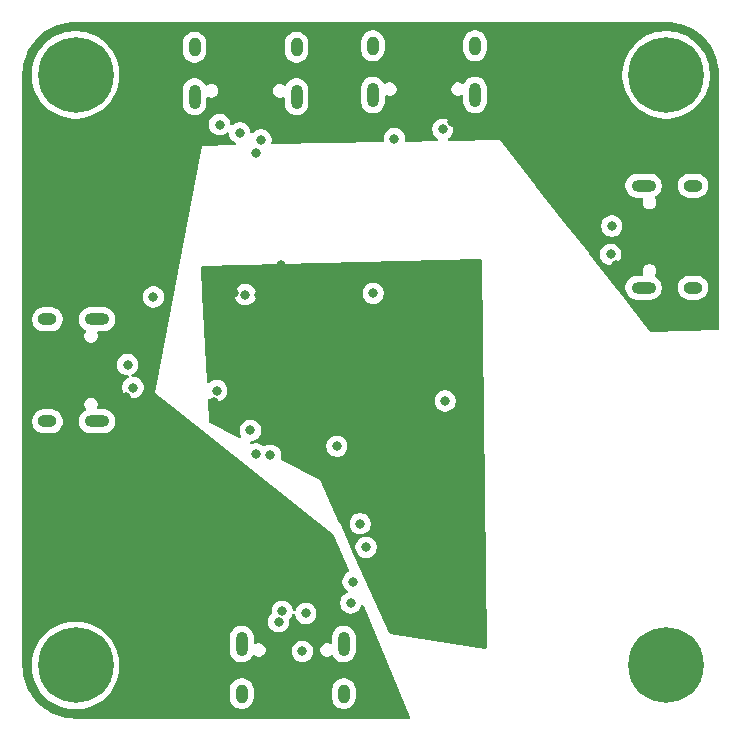
<source format=gbr>
%TF.GenerationSoftware,KiCad,Pcbnew,9.0.1*%
%TF.CreationDate,2025-04-07T20:20:11+02:00*%
%TF.ProjectId,PCB_COM,5043425f-434f-44d2-9e6b-696361645f70,rev?*%
%TF.SameCoordinates,Original*%
%TF.FileFunction,Copper,L3,Inr*%
%TF.FilePolarity,Positive*%
%FSLAX46Y46*%
G04 Gerber Fmt 4.6, Leading zero omitted, Abs format (unit mm)*
G04 Created by KiCad (PCBNEW 9.0.1) date 2025-04-07 20:20:11*
%MOMM*%
%LPD*%
G01*
G04 APERTURE LIST*
%TA.AperFunction,HeatsinkPad*%
%ADD10O,1.600000X1.000000*%
%TD*%
%TA.AperFunction,HeatsinkPad*%
%ADD11O,2.100000X1.000000*%
%TD*%
%TA.AperFunction,HeatsinkPad*%
%ADD12O,1.000000X1.600000*%
%TD*%
%TA.AperFunction,HeatsinkPad*%
%ADD13O,1.000000X2.100000*%
%TD*%
%TA.AperFunction,ComponentPad*%
%ADD14C,0.800000*%
%TD*%
%TA.AperFunction,ComponentPad*%
%ADD15C,6.400000*%
%TD*%
%TA.AperFunction,ViaPad*%
%ADD16C,0.800000*%
%TD*%
G04 APERTURE END LIST*
D10*
%TO.N,GND*%
%TO.C,J2*%
X120625000Y-104320000D03*
D11*
X124805000Y-104320000D03*
D10*
X120625000Y-95680000D03*
D11*
X124805000Y-95680000D03*
%TD*%
D12*
%TO.N,GND*%
%TO.C,J6*%
X145720000Y-127375000D03*
D13*
X145720000Y-123195000D03*
D12*
X137080000Y-127375000D03*
D13*
X137080000Y-123195000D03*
%TD*%
D10*
%TO.N,GND*%
%TO.C,J4*%
X175275000Y-84380000D03*
D11*
X171095000Y-84380000D03*
D10*
X175275000Y-93020000D03*
D11*
X171095000Y-93020000D03*
%TD*%
D12*
%TO.N,GND*%
%TO.C,J5*%
X133080000Y-72665000D03*
D13*
X133080000Y-76845000D03*
D12*
X141720000Y-72665000D03*
D13*
X141720000Y-76845000D03*
%TD*%
D12*
%TO.N,GND*%
%TO.C,J3*%
X148180000Y-72525000D03*
D13*
X148180000Y-76705000D03*
D12*
X156820000Y-72525000D03*
D13*
X156820000Y-76705000D03*
%TD*%
D14*
%TO.N,GND*%
%TO.C,H4*%
X175400000Y-125000000D03*
X174697056Y-126697056D03*
X174697056Y-123302944D03*
X173000000Y-127400000D03*
D15*
X173000000Y-125000000D03*
D14*
X173000000Y-122600000D03*
X171302944Y-126697056D03*
X171302944Y-123302944D03*
X170600000Y-125000000D03*
%TD*%
%TO.N,GND*%
%TO.C,H2*%
X175400000Y-75000000D03*
X174697056Y-76697056D03*
X174697056Y-73302944D03*
X173000000Y-77400000D03*
D15*
X173000000Y-75000000D03*
D14*
X173000000Y-72600000D03*
X171302944Y-76697056D03*
X171302944Y-73302944D03*
X170600000Y-75000000D03*
%TD*%
%TO.N,GND*%
%TO.C,H1*%
X125400000Y-75000000D03*
X124697056Y-76697056D03*
X124697056Y-73302944D03*
X123000000Y-77400000D03*
D15*
X123000000Y-75000000D03*
D14*
X123000000Y-72600000D03*
X121302944Y-76697056D03*
X121302944Y-73302944D03*
X120600000Y-75000000D03*
%TD*%
%TO.N,GND*%
%TO.C,H3*%
X125400000Y-125000000D03*
X124697056Y-126697056D03*
X124697056Y-123302944D03*
X123000000Y-127400000D03*
D15*
X123000000Y-125000000D03*
D14*
X123000000Y-122600000D03*
X121302944Y-126697056D03*
X121302944Y-123302944D03*
X120600000Y-125000000D03*
%TD*%
D16*
%TO.N,USART4_TX*%
X140200000Y-121300000D03*
X142200000Y-123800000D03*
%TO.N,USART3_TX*%
X135200000Y-79200000D03*
%TO.N,+5V*%
X132500000Y-79100000D03*
%TO.N,+3.3V*%
X134900000Y-95100000D03*
%TO.N,USART3_RX*%
X136900000Y-79900000D03*
X138700000Y-80500000D03*
%TO.N,USART3_TX*%
X138300000Y-81600000D03*
%TO.N,+3.3V*%
X140408677Y-91130468D03*
%TO.N,GND*%
X129600000Y-93800000D03*
X137374147Y-93608059D03*
%TO.N,USART1_TX*%
X154100000Y-79600000D03*
X150000000Y-80400000D03*
%TO.N,NRST*%
X154300000Y-102600000D03*
X147100000Y-113000000D03*
%TO.N,SWO*%
X145123754Y-106433118D03*
X147600000Y-115000000D03*
%TO.N,SWCLK*%
X139500000Y-107200000D03*
X146500000Y-117900000D03*
%TO.N,SWDIO*%
X138300000Y-107100000D03*
X146300000Y-119700000D03*
%TO.N,USART4_TX*%
X140500000Y-120400000D03*
X142500000Y-120600000D03*
%TO.N,USART2_RX*%
X148200000Y-93500000D03*
X168300000Y-90200000D03*
X168400000Y-87800000D03*
%TO.N,GND*%
X134962729Y-101735131D03*
X137800000Y-105100000D03*
%TO.N,USB_DP*%
X127854701Y-101467947D03*
X127400000Y-99525000D03*
%TO.N,+3.3V*%
X156400000Y-122000000D03*
X134700000Y-102700000D03*
X136380000Y-93500000D03*
X138500000Y-93600000D03*
X146480000Y-92000000D03*
X152000000Y-95000000D03*
X148800000Y-94800000D03*
X150500000Y-105000000D03*
X147700000Y-105100000D03*
X147200000Y-107800000D03*
%TO.N,+5V*%
X143800000Y-120500000D03*
X139000000Y-120700000D03*
X127300000Y-102300000D03*
X127200000Y-97700000D03*
X125087500Y-90800000D03*
X124887500Y-87800000D03*
X168800000Y-91100000D03*
X168800000Y-86300000D03*
X150100000Y-79100000D03*
X154900000Y-79000000D03*
X139800000Y-79300000D03*
%TD*%
%TA.AperFunction,Conductor*%
%TO.N,+5V*%
G36*
X173002702Y-70500617D02*
G01*
X173386771Y-70517386D01*
X173397506Y-70518326D01*
X173775971Y-70568152D01*
X173786597Y-70570025D01*
X174159284Y-70652648D01*
X174169710Y-70655442D01*
X174533765Y-70770227D01*
X174543911Y-70773920D01*
X174896578Y-70920000D01*
X174906369Y-70924566D01*
X175244942Y-71100816D01*
X175254309Y-71106223D01*
X175500316Y-71262947D01*
X175576244Y-71311318D01*
X175585105Y-71317523D01*
X175887930Y-71549889D01*
X175896217Y-71556843D01*
X176177635Y-71814715D01*
X176185284Y-71822364D01*
X176443156Y-72103782D01*
X176450110Y-72112069D01*
X176682476Y-72414894D01*
X176688681Y-72423755D01*
X176893775Y-72745689D01*
X176899183Y-72755057D01*
X177075430Y-73093623D01*
X177080002Y-73103427D01*
X177226075Y-73456078D01*
X177229775Y-73466244D01*
X177344554Y-73830278D01*
X177347354Y-73840727D01*
X177429971Y-74213389D01*
X177431849Y-74224042D01*
X177481671Y-74602473D01*
X177482614Y-74613249D01*
X177499382Y-74997297D01*
X177499500Y-75002706D01*
X177499500Y-96476782D01*
X177479815Y-96543821D01*
X177427011Y-96589576D01*
X177379848Y-96600706D01*
X171762961Y-96797790D01*
X171695273Y-96780468D01*
X171661089Y-96750449D01*
X168809040Y-93118543D01*
X169544499Y-93118543D01*
X169582947Y-93311829D01*
X169582950Y-93311839D01*
X169658364Y-93493907D01*
X169658371Y-93493920D01*
X169767860Y-93657781D01*
X169767863Y-93657785D01*
X169907214Y-93797136D01*
X169907218Y-93797139D01*
X170071079Y-93906628D01*
X170071092Y-93906635D01*
X170253160Y-93982049D01*
X170253165Y-93982051D01*
X170253169Y-93982051D01*
X170253170Y-93982052D01*
X170446456Y-94020500D01*
X170446459Y-94020500D01*
X171743543Y-94020500D01*
X171873582Y-93994632D01*
X171936835Y-93982051D01*
X172077655Y-93923721D01*
X172118907Y-93906635D01*
X172118907Y-93906634D01*
X172118914Y-93906632D01*
X172282782Y-93797139D01*
X172422139Y-93657782D01*
X172531632Y-93493914D01*
X172607051Y-93311835D01*
X172645500Y-93118543D01*
X173974499Y-93118543D01*
X174012947Y-93311829D01*
X174012950Y-93311839D01*
X174088364Y-93493907D01*
X174088371Y-93493920D01*
X174197860Y-93657781D01*
X174197863Y-93657785D01*
X174337214Y-93797136D01*
X174337218Y-93797139D01*
X174501079Y-93906628D01*
X174501092Y-93906635D01*
X174683160Y-93982049D01*
X174683165Y-93982051D01*
X174683169Y-93982051D01*
X174683170Y-93982052D01*
X174876456Y-94020500D01*
X174876459Y-94020500D01*
X175673543Y-94020500D01*
X175803582Y-93994632D01*
X175866835Y-93982051D01*
X176007655Y-93923721D01*
X176048907Y-93906635D01*
X176048907Y-93906634D01*
X176048914Y-93906632D01*
X176212782Y-93797139D01*
X176352139Y-93657782D01*
X176461632Y-93493914D01*
X176537051Y-93311835D01*
X176575500Y-93118541D01*
X176575500Y-92921459D01*
X176575500Y-92921456D01*
X176537052Y-92728170D01*
X176537051Y-92728169D01*
X176537051Y-92728165D01*
X176473209Y-92574035D01*
X176461635Y-92546092D01*
X176461628Y-92546079D01*
X176352139Y-92382218D01*
X176352136Y-92382214D01*
X176212785Y-92242863D01*
X176212781Y-92242860D01*
X176048920Y-92133371D01*
X176048907Y-92133364D01*
X175866839Y-92057950D01*
X175866829Y-92057947D01*
X175673543Y-92019500D01*
X175673541Y-92019500D01*
X174876459Y-92019500D01*
X174876457Y-92019500D01*
X174683170Y-92057947D01*
X174683160Y-92057950D01*
X174501092Y-92133364D01*
X174501079Y-92133371D01*
X174337218Y-92242860D01*
X174337214Y-92242863D01*
X174197863Y-92382214D01*
X174197860Y-92382218D01*
X174088371Y-92546079D01*
X174088364Y-92546092D01*
X174012950Y-92728160D01*
X174012947Y-92728170D01*
X173974500Y-92921456D01*
X173974500Y-92921459D01*
X173974500Y-93118541D01*
X173974500Y-93118543D01*
X173974499Y-93118543D01*
X172645500Y-93118543D01*
X172645500Y-93118541D01*
X172645500Y-92921459D01*
X172645500Y-92921456D01*
X172607052Y-92728170D01*
X172607051Y-92728169D01*
X172607051Y-92728165D01*
X172543209Y-92574035D01*
X172531635Y-92546092D01*
X172531628Y-92546079D01*
X172422139Y-92382218D01*
X172422136Y-92382214D01*
X172282785Y-92242863D01*
X172282781Y-92242860D01*
X172118920Y-92133371D01*
X172118913Y-92133367D01*
X172109474Y-92129458D01*
X172055070Y-92085617D01*
X172033004Y-92019323D01*
X172050283Y-91951624D01*
X172053431Y-91946972D01*
X172055511Y-91943368D01*
X172055515Y-91943365D01*
X172131281Y-91812135D01*
X172170500Y-91665766D01*
X172170500Y-91514234D01*
X172131281Y-91367865D01*
X172055515Y-91236635D01*
X171948365Y-91129485D01*
X171882750Y-91091602D01*
X171817136Y-91053719D01*
X171743950Y-91034109D01*
X171670766Y-91014500D01*
X171519234Y-91014500D01*
X171372863Y-91053719D01*
X171241635Y-91129485D01*
X171241632Y-91129487D01*
X171134487Y-91236632D01*
X171134485Y-91236635D01*
X171058719Y-91367863D01*
X171051948Y-91393134D01*
X171019500Y-91514234D01*
X171019500Y-91665766D01*
X171038676Y-91737334D01*
X171058720Y-91812137D01*
X171058721Y-91812140D01*
X171071053Y-91833499D01*
X171087527Y-91901398D01*
X171064675Y-91967426D01*
X171009755Y-92010617D01*
X170963667Y-92019500D01*
X170446457Y-92019500D01*
X170253170Y-92057947D01*
X170253160Y-92057950D01*
X170071092Y-92133364D01*
X170071079Y-92133371D01*
X169907218Y-92242860D01*
X169907214Y-92242863D01*
X169767863Y-92382214D01*
X169767860Y-92382218D01*
X169658371Y-92546079D01*
X169658364Y-92546092D01*
X169582950Y-92728160D01*
X169582947Y-92728170D01*
X169544500Y-92921456D01*
X169544500Y-92921459D01*
X169544500Y-93118541D01*
X169544500Y-93118543D01*
X169544499Y-93118543D01*
X168809040Y-93118543D01*
X168709630Y-92991950D01*
X166502886Y-90181800D01*
X166447527Y-90111304D01*
X167399500Y-90111304D01*
X167399500Y-90288695D01*
X167434103Y-90462658D01*
X167434106Y-90462667D01*
X167501983Y-90626540D01*
X167501990Y-90626553D01*
X167600535Y-90774034D01*
X167600538Y-90774038D01*
X167725961Y-90899461D01*
X167725965Y-90899464D01*
X167873446Y-90998009D01*
X167873459Y-90998016D01*
X167979110Y-91041777D01*
X168037334Y-91065894D01*
X168037336Y-91065894D01*
X168037341Y-91065896D01*
X168211304Y-91100499D01*
X168211307Y-91100500D01*
X168211309Y-91100500D01*
X168388693Y-91100500D01*
X168388694Y-91100499D01*
X168446682Y-91088964D01*
X168562658Y-91065896D01*
X168562661Y-91065894D01*
X168562666Y-91065894D01*
X168726547Y-90998013D01*
X168874035Y-90899464D01*
X168999464Y-90774035D01*
X169098013Y-90626547D01*
X169165894Y-90462666D01*
X169200500Y-90288691D01*
X169200500Y-90111309D01*
X169200500Y-90111306D01*
X169200499Y-90111304D01*
X169165896Y-89937341D01*
X169165893Y-89937332D01*
X169098016Y-89773459D01*
X169098009Y-89773446D01*
X168999464Y-89625965D01*
X168999461Y-89625961D01*
X168874038Y-89500538D01*
X168874034Y-89500535D01*
X168726553Y-89401990D01*
X168726540Y-89401983D01*
X168562667Y-89334106D01*
X168562658Y-89334103D01*
X168388694Y-89299500D01*
X168388691Y-89299500D01*
X168211309Y-89299500D01*
X168211306Y-89299500D01*
X168037341Y-89334103D01*
X168037332Y-89334106D01*
X167873459Y-89401983D01*
X167873446Y-89401990D01*
X167725965Y-89500535D01*
X167725961Y-89500538D01*
X167600538Y-89625961D01*
X167600535Y-89625965D01*
X167501990Y-89773446D01*
X167501983Y-89773459D01*
X167434106Y-89937332D01*
X167434103Y-89937341D01*
X167399500Y-90111304D01*
X166447527Y-90111304D01*
X164618224Y-87781800D01*
X164562865Y-87711304D01*
X167499500Y-87711304D01*
X167499500Y-87888695D01*
X167534103Y-88062658D01*
X167534106Y-88062667D01*
X167601983Y-88226540D01*
X167601990Y-88226553D01*
X167700535Y-88374034D01*
X167700538Y-88374038D01*
X167825961Y-88499461D01*
X167825965Y-88499464D01*
X167973446Y-88598009D01*
X167973459Y-88598016D01*
X168096363Y-88648923D01*
X168137334Y-88665894D01*
X168137336Y-88665894D01*
X168137341Y-88665896D01*
X168311304Y-88700499D01*
X168311307Y-88700500D01*
X168311309Y-88700500D01*
X168488693Y-88700500D01*
X168488694Y-88700499D01*
X168546682Y-88688964D01*
X168662658Y-88665896D01*
X168662661Y-88665894D01*
X168662666Y-88665894D01*
X168826547Y-88598013D01*
X168974035Y-88499464D01*
X169099464Y-88374035D01*
X169198013Y-88226547D01*
X169265894Y-88062666D01*
X169300500Y-87888691D01*
X169300500Y-87711309D01*
X169300500Y-87711306D01*
X169300499Y-87711304D01*
X169265896Y-87537341D01*
X169265893Y-87537332D01*
X169198016Y-87373459D01*
X169198009Y-87373446D01*
X169099464Y-87225965D01*
X169099461Y-87225961D01*
X168974038Y-87100538D01*
X168974034Y-87100535D01*
X168826553Y-87001990D01*
X168826540Y-87001983D01*
X168662667Y-86934106D01*
X168662658Y-86934103D01*
X168488694Y-86899500D01*
X168488691Y-86899500D01*
X168311309Y-86899500D01*
X168311306Y-86899500D01*
X168137341Y-86934103D01*
X168137332Y-86934106D01*
X167973459Y-87001983D01*
X167973446Y-87001990D01*
X167825965Y-87100535D01*
X167825961Y-87100538D01*
X167700538Y-87225961D01*
X167700535Y-87225965D01*
X167601990Y-87373446D01*
X167601983Y-87373459D01*
X167534106Y-87537332D01*
X167534103Y-87537341D01*
X167499500Y-87711304D01*
X164562865Y-87711304D01*
X162024255Y-84478543D01*
X169544499Y-84478543D01*
X169582947Y-84671829D01*
X169582950Y-84671839D01*
X169658364Y-84853907D01*
X169658371Y-84853920D01*
X169767860Y-85017781D01*
X169767863Y-85017785D01*
X169907214Y-85157136D01*
X169907218Y-85157139D01*
X170071079Y-85266628D01*
X170071092Y-85266635D01*
X170253160Y-85342049D01*
X170253165Y-85342051D01*
X170253169Y-85342051D01*
X170253170Y-85342052D01*
X170446456Y-85380500D01*
X170446459Y-85380500D01*
X170963667Y-85380500D01*
X171030706Y-85400185D01*
X171076461Y-85452989D01*
X171086405Y-85522147D01*
X171071053Y-85566501D01*
X171058721Y-85587859D01*
X171058720Y-85587862D01*
X171019500Y-85734234D01*
X171019500Y-85885765D01*
X171058719Y-86032136D01*
X171096602Y-86097750D01*
X171134485Y-86163365D01*
X171241635Y-86270515D01*
X171372865Y-86346281D01*
X171519234Y-86385500D01*
X171519236Y-86385500D01*
X171670764Y-86385500D01*
X171670766Y-86385500D01*
X171817135Y-86346281D01*
X171948365Y-86270515D01*
X172055515Y-86163365D01*
X172131281Y-86032135D01*
X172170500Y-85885766D01*
X172170500Y-85734234D01*
X172131281Y-85587865D01*
X172055515Y-85456635D01*
X172055513Y-85456633D01*
X172051451Y-85449597D01*
X172053779Y-85448252D01*
X172033355Y-85395422D01*
X172047393Y-85326977D01*
X172096206Y-85276986D01*
X172109470Y-85270543D01*
X172118914Y-85266632D01*
X172282782Y-85157139D01*
X172422139Y-85017782D01*
X172531632Y-84853914D01*
X172607051Y-84671835D01*
X172645500Y-84478543D01*
X173974499Y-84478543D01*
X174012947Y-84671829D01*
X174012950Y-84671839D01*
X174088364Y-84853907D01*
X174088371Y-84853920D01*
X174197860Y-85017781D01*
X174197863Y-85017785D01*
X174337214Y-85157136D01*
X174337218Y-85157139D01*
X174501079Y-85266628D01*
X174501092Y-85266635D01*
X174683160Y-85342049D01*
X174683165Y-85342051D01*
X174683169Y-85342051D01*
X174683170Y-85342052D01*
X174876456Y-85380500D01*
X174876459Y-85380500D01*
X175673543Y-85380500D01*
X175829462Y-85349485D01*
X175866835Y-85342051D01*
X176048914Y-85266632D01*
X176212782Y-85157139D01*
X176352139Y-85017782D01*
X176461632Y-84853914D01*
X176537051Y-84671835D01*
X176575500Y-84478541D01*
X176575500Y-84281459D01*
X176575500Y-84281456D01*
X176537052Y-84088170D01*
X176537051Y-84088169D01*
X176537051Y-84088165D01*
X176537049Y-84088160D01*
X176461635Y-83906092D01*
X176461628Y-83906079D01*
X176352139Y-83742218D01*
X176352136Y-83742214D01*
X176212785Y-83602863D01*
X176212781Y-83602860D01*
X176048920Y-83493371D01*
X176048907Y-83493364D01*
X175866839Y-83417950D01*
X175866829Y-83417947D01*
X175673543Y-83379500D01*
X175673541Y-83379500D01*
X174876459Y-83379500D01*
X174876457Y-83379500D01*
X174683170Y-83417947D01*
X174683160Y-83417950D01*
X174501092Y-83493364D01*
X174501079Y-83493371D01*
X174337218Y-83602860D01*
X174337214Y-83602863D01*
X174197863Y-83742214D01*
X174197860Y-83742218D01*
X174088371Y-83906079D01*
X174088364Y-83906092D01*
X174012950Y-84088160D01*
X174012947Y-84088170D01*
X173974500Y-84281456D01*
X173974500Y-84281459D01*
X173974500Y-84478541D01*
X173974500Y-84478543D01*
X173974499Y-84478543D01*
X172645500Y-84478543D01*
X172645500Y-84478541D01*
X172645500Y-84281459D01*
X172645500Y-84281456D01*
X172607052Y-84088170D01*
X172607051Y-84088169D01*
X172607051Y-84088165D01*
X172607049Y-84088160D01*
X172531635Y-83906092D01*
X172531628Y-83906079D01*
X172422139Y-83742218D01*
X172422136Y-83742214D01*
X172282785Y-83602863D01*
X172282781Y-83602860D01*
X172118920Y-83493371D01*
X172118907Y-83493364D01*
X171936839Y-83417950D01*
X171936829Y-83417947D01*
X171743543Y-83379500D01*
X171743541Y-83379500D01*
X170446459Y-83379500D01*
X170446457Y-83379500D01*
X170253170Y-83417947D01*
X170253160Y-83417950D01*
X170071092Y-83493364D01*
X170071079Y-83493371D01*
X169907218Y-83602860D01*
X169907214Y-83602863D01*
X169767863Y-83742214D01*
X169767860Y-83742218D01*
X169658371Y-83906079D01*
X169658364Y-83906092D01*
X169582950Y-84088160D01*
X169582947Y-84088170D01*
X169544500Y-84281456D01*
X169544500Y-84281459D01*
X169544500Y-84478541D01*
X169544500Y-84478543D01*
X169544499Y-84478543D01*
X162024255Y-84478543D01*
X161924845Y-84351950D01*
X158900000Y-80500000D01*
X154659181Y-80584142D01*
X154591764Y-80565791D01*
X154544971Y-80513905D01*
X154533657Y-80444957D01*
X154561416Y-80380838D01*
X154587826Y-80357067D01*
X154674035Y-80299464D01*
X154799464Y-80174035D01*
X154898013Y-80026547D01*
X154965894Y-79862666D01*
X154966986Y-79857180D01*
X154988964Y-79746682D01*
X155000500Y-79688691D01*
X155000500Y-79511309D01*
X155000500Y-79511306D01*
X155000499Y-79511304D01*
X154965896Y-79337341D01*
X154965893Y-79337332D01*
X154898016Y-79173459D01*
X154898009Y-79173446D01*
X154799464Y-79025965D01*
X154799461Y-79025961D01*
X154674038Y-78900538D01*
X154674034Y-78900535D01*
X154526553Y-78801990D01*
X154526540Y-78801983D01*
X154362667Y-78734106D01*
X154362658Y-78734103D01*
X154188694Y-78699500D01*
X154188691Y-78699500D01*
X154011309Y-78699500D01*
X154011306Y-78699500D01*
X153837341Y-78734103D01*
X153837332Y-78734106D01*
X153673459Y-78801983D01*
X153673446Y-78801990D01*
X153525965Y-78900535D01*
X153525961Y-78900538D01*
X153400538Y-79025961D01*
X153400535Y-79025965D01*
X153301990Y-79173446D01*
X153301983Y-79173459D01*
X153234106Y-79337332D01*
X153234103Y-79337341D01*
X153199500Y-79511304D01*
X153199500Y-79688695D01*
X153234103Y-79862658D01*
X153234106Y-79862667D01*
X153301983Y-80026540D01*
X153301990Y-80026553D01*
X153400535Y-80174034D01*
X153400538Y-80174038D01*
X153525961Y-80299461D01*
X153525965Y-80299464D01*
X153644278Y-80378519D01*
X153689083Y-80432131D01*
X153697790Y-80501456D01*
X153667635Y-80564484D01*
X153608192Y-80601203D01*
X153577847Y-80605597D01*
X151020703Y-80656334D01*
X150953286Y-80637983D01*
X150906493Y-80586097D01*
X150895179Y-80517149D01*
X150896623Y-80508178D01*
X150900500Y-80488691D01*
X150900500Y-80311309D01*
X150900500Y-80311306D01*
X150900499Y-80311304D01*
X150865896Y-80137341D01*
X150865893Y-80137332D01*
X150798016Y-79973459D01*
X150798009Y-79973446D01*
X150699464Y-79825965D01*
X150699461Y-79825961D01*
X150574038Y-79700538D01*
X150574034Y-79700535D01*
X150426553Y-79601990D01*
X150426540Y-79601983D01*
X150262667Y-79534106D01*
X150262658Y-79534103D01*
X150088694Y-79499500D01*
X150088691Y-79499500D01*
X149911309Y-79499500D01*
X149911306Y-79499500D01*
X149737341Y-79534103D01*
X149737332Y-79534106D01*
X149573459Y-79601983D01*
X149573446Y-79601990D01*
X149425965Y-79700535D01*
X149425961Y-79700538D01*
X149300538Y-79825961D01*
X149300535Y-79825965D01*
X149201990Y-79973446D01*
X149201983Y-79973459D01*
X149134106Y-80137332D01*
X149134103Y-80137341D01*
X149099500Y-80311304D01*
X149099500Y-80488695D01*
X149111379Y-80548415D01*
X149105152Y-80618007D01*
X149062289Y-80673184D01*
X148996399Y-80696428D01*
X148992222Y-80696582D01*
X139695899Y-80881033D01*
X139628482Y-80862682D01*
X139581689Y-80810796D01*
X139570375Y-80741848D01*
X139571822Y-80732865D01*
X139600500Y-80588693D01*
X139600500Y-80411306D01*
X139600499Y-80411304D01*
X139565896Y-80237341D01*
X139565893Y-80237332D01*
X139498016Y-80073459D01*
X139498009Y-80073446D01*
X139399464Y-79925965D01*
X139399461Y-79925961D01*
X139274038Y-79800538D01*
X139274034Y-79800535D01*
X139126553Y-79701990D01*
X139126540Y-79701983D01*
X138962667Y-79634106D01*
X138962658Y-79634103D01*
X138788694Y-79599500D01*
X138788691Y-79599500D01*
X138611309Y-79599500D01*
X138611306Y-79599500D01*
X138437341Y-79634103D01*
X138437332Y-79634106D01*
X138273459Y-79701983D01*
X138273446Y-79701990D01*
X138125965Y-79800535D01*
X138125961Y-79800538D01*
X138012181Y-79914319D01*
X137950858Y-79947804D01*
X137881166Y-79942820D01*
X137825233Y-79900948D01*
X137800816Y-79835484D01*
X137800500Y-79826638D01*
X137800500Y-79811306D01*
X137800499Y-79811304D01*
X137765896Y-79637341D01*
X137765893Y-79637332D01*
X137698016Y-79473459D01*
X137698009Y-79473446D01*
X137599464Y-79325965D01*
X137599461Y-79325961D01*
X137474038Y-79200538D01*
X137474034Y-79200535D01*
X137326553Y-79101990D01*
X137326540Y-79101983D01*
X137162667Y-79034106D01*
X137162658Y-79034103D01*
X136988694Y-78999500D01*
X136988691Y-78999500D01*
X136811309Y-78999500D01*
X136811306Y-78999500D01*
X136637341Y-79034103D01*
X136637332Y-79034106D01*
X136473459Y-79101983D01*
X136473446Y-79101990D01*
X136325965Y-79200535D01*
X136325961Y-79200538D01*
X136312181Y-79214319D01*
X136250858Y-79247804D01*
X136181166Y-79242820D01*
X136125233Y-79200948D01*
X136100816Y-79135484D01*
X136100500Y-79126638D01*
X136100500Y-79111306D01*
X136100499Y-79111304D01*
X136065896Y-78937341D01*
X136065893Y-78937332D01*
X135998016Y-78773459D01*
X135998009Y-78773446D01*
X135899464Y-78625965D01*
X135899461Y-78625961D01*
X135774038Y-78500538D01*
X135774034Y-78500535D01*
X135626553Y-78401990D01*
X135626540Y-78401983D01*
X135462667Y-78334106D01*
X135462658Y-78334103D01*
X135288694Y-78299500D01*
X135288691Y-78299500D01*
X135111309Y-78299500D01*
X135111306Y-78299500D01*
X134937341Y-78334103D01*
X134937332Y-78334106D01*
X134773459Y-78401983D01*
X134773446Y-78401990D01*
X134625965Y-78500535D01*
X134625961Y-78500538D01*
X134500538Y-78625961D01*
X134500535Y-78625965D01*
X134401990Y-78773446D01*
X134401983Y-78773459D01*
X134334106Y-78937332D01*
X134334103Y-78937341D01*
X134299500Y-79111304D01*
X134299500Y-79288695D01*
X134334103Y-79462658D01*
X134334106Y-79462667D01*
X134401983Y-79626540D01*
X134401990Y-79626553D01*
X134500535Y-79774034D01*
X134500538Y-79774038D01*
X134625961Y-79899461D01*
X134625965Y-79899464D01*
X134773446Y-79998009D01*
X134773459Y-79998016D01*
X134842355Y-80026553D01*
X134937334Y-80065894D01*
X134937336Y-80065894D01*
X134937341Y-80065896D01*
X135111304Y-80100499D01*
X135111307Y-80100500D01*
X135111309Y-80100500D01*
X135288693Y-80100500D01*
X135288694Y-80100499D01*
X135346682Y-80088964D01*
X135462658Y-80065896D01*
X135462661Y-80065894D01*
X135462666Y-80065894D01*
X135626547Y-79998013D01*
X135774035Y-79899464D01*
X135774447Y-79899052D01*
X135787819Y-79885681D01*
X135849142Y-79852196D01*
X135918834Y-79857180D01*
X135974767Y-79899052D01*
X135999184Y-79964516D01*
X135999500Y-79973362D01*
X135999500Y-79988695D01*
X136034103Y-80162658D01*
X136034106Y-80162667D01*
X136101983Y-80326540D01*
X136101990Y-80326553D01*
X136200535Y-80474034D01*
X136200538Y-80474038D01*
X136325961Y-80599461D01*
X136325965Y-80599464D01*
X136473446Y-80698009D01*
X136473453Y-80698013D01*
X136494909Y-80706900D01*
X136549313Y-80750741D01*
X136571379Y-80817035D01*
X136554101Y-80884734D01*
X136502964Y-80932345D01*
X136449918Y-80945438D01*
X133700000Y-81000000D01*
X129700000Y-101900000D01*
X131222684Y-103112137D01*
X144875155Y-113980222D01*
X144912279Y-114029282D01*
X146133853Y-116942268D01*
X146141626Y-117011704D01*
X146110625Y-117074319D01*
X146077965Y-117099575D01*
X146073453Y-117101987D01*
X145925965Y-117200535D01*
X145925961Y-117200538D01*
X145800538Y-117325961D01*
X145800535Y-117325965D01*
X145701990Y-117473446D01*
X145701983Y-117473459D01*
X145634106Y-117637332D01*
X145634103Y-117637341D01*
X145599500Y-117811304D01*
X145599500Y-117988695D01*
X145634103Y-118162658D01*
X145634106Y-118162667D01*
X145701983Y-118326540D01*
X145701990Y-118326553D01*
X145800535Y-118474034D01*
X145800538Y-118474038D01*
X145925961Y-118599461D01*
X145925965Y-118599464D01*
X145992473Y-118643904D01*
X146037278Y-118697517D01*
X146045985Y-118766842D01*
X146015830Y-118829869D01*
X145971035Y-118861567D01*
X145873455Y-118901985D01*
X145873446Y-118901990D01*
X145725965Y-119000535D01*
X145725961Y-119000538D01*
X145600538Y-119125961D01*
X145600535Y-119125965D01*
X145501990Y-119273446D01*
X145501983Y-119273459D01*
X145434106Y-119437332D01*
X145434103Y-119437341D01*
X145399500Y-119611304D01*
X145399500Y-119788695D01*
X145434103Y-119962658D01*
X145434106Y-119962667D01*
X145501983Y-120126540D01*
X145501990Y-120126553D01*
X145600535Y-120274034D01*
X145600538Y-120274038D01*
X145725961Y-120399461D01*
X145725965Y-120399464D01*
X145873446Y-120498009D01*
X145873459Y-120498016D01*
X145972516Y-120539046D01*
X146037334Y-120565894D01*
X146037336Y-120565894D01*
X146037341Y-120565896D01*
X146211304Y-120600499D01*
X146211307Y-120600500D01*
X146211309Y-120600500D01*
X146388693Y-120600500D01*
X146388694Y-120600499D01*
X146446682Y-120588964D01*
X146562658Y-120565896D01*
X146562661Y-120565894D01*
X146562666Y-120565894D01*
X146726547Y-120498013D01*
X146874035Y-120399464D01*
X146999464Y-120274035D01*
X147098013Y-120126547D01*
X147165894Y-119962666D01*
X147165894Y-119962665D01*
X147168225Y-119957038D01*
X147170630Y-119958034D01*
X147202666Y-119909064D01*
X147266455Y-119880555D01*
X147335531Y-119891059D01*
X147387962Y-119937241D01*
X147397458Y-119955478D01*
X151327680Y-129327546D01*
X151335453Y-129396982D01*
X151304452Y-129459597D01*
X151244520Y-129495513D01*
X151213328Y-129499500D01*
X123002706Y-129499500D01*
X122997297Y-129499382D01*
X122613249Y-129482614D01*
X122602473Y-129481671D01*
X122224042Y-129431849D01*
X122213389Y-129429971D01*
X121840727Y-129347354D01*
X121830278Y-129344554D01*
X121466244Y-129229775D01*
X121456078Y-129226075D01*
X121103427Y-129080002D01*
X121093623Y-129075430D01*
X120755057Y-128899183D01*
X120745689Y-128893775D01*
X120423755Y-128688681D01*
X120414894Y-128682476D01*
X120112069Y-128450110D01*
X120103782Y-128443156D01*
X119822364Y-128185284D01*
X119814715Y-128177635D01*
X119556843Y-127896217D01*
X119549889Y-127887930D01*
X119317523Y-127585105D01*
X119311318Y-127576244D01*
X119106224Y-127254310D01*
X119100816Y-127244942D01*
X119081090Y-127207049D01*
X118924566Y-126906369D01*
X118919997Y-126896572D01*
X118773920Y-126543911D01*
X118770224Y-126533755D01*
X118655442Y-126169710D01*
X118652648Y-126159284D01*
X118570025Y-125786597D01*
X118568152Y-125775971D01*
X118518326Y-125397506D01*
X118517386Y-125386771D01*
X118500618Y-125002702D01*
X118500500Y-124997293D01*
X118500500Y-124818209D01*
X119299500Y-124818209D01*
X119299500Y-125181790D01*
X119335137Y-125543630D01*
X119406064Y-125900212D01*
X119406067Y-125900223D01*
X119511614Y-126248165D01*
X119650754Y-126584078D01*
X119650756Y-126584083D01*
X119822140Y-126904720D01*
X119822151Y-126904738D01*
X120024140Y-127207035D01*
X120024150Y-127207049D01*
X120254807Y-127488106D01*
X120511893Y-127745192D01*
X120511898Y-127745196D01*
X120511899Y-127745197D01*
X120792956Y-127975854D01*
X121095268Y-128177853D01*
X121095277Y-128177858D01*
X121095279Y-128177859D01*
X121415916Y-128349243D01*
X121415918Y-128349243D01*
X121415924Y-128349247D01*
X121751836Y-128488386D01*
X122099767Y-128593930D01*
X122099773Y-128593931D01*
X122099776Y-128593932D01*
X122099787Y-128593935D01*
X122456369Y-128664862D01*
X122818206Y-128700500D01*
X122818209Y-128700500D01*
X123181791Y-128700500D01*
X123181794Y-128700500D01*
X123543631Y-128664862D01*
X123613045Y-128651054D01*
X123900212Y-128593935D01*
X123900223Y-128593932D01*
X123900223Y-128593931D01*
X123900233Y-128593930D01*
X124248164Y-128488386D01*
X124584076Y-128349247D01*
X124904732Y-128177853D01*
X125207044Y-127975854D01*
X125453561Y-127773543D01*
X136079499Y-127773543D01*
X136117947Y-127966829D01*
X136117950Y-127966839D01*
X136193364Y-128148907D01*
X136193371Y-128148920D01*
X136302860Y-128312781D01*
X136302863Y-128312785D01*
X136442214Y-128452136D01*
X136442218Y-128452139D01*
X136606079Y-128561628D01*
X136606092Y-128561635D01*
X136788160Y-128637049D01*
X136788165Y-128637051D01*
X136788169Y-128637051D01*
X136788170Y-128637052D01*
X136981456Y-128675500D01*
X136981459Y-128675500D01*
X137178543Y-128675500D01*
X137308582Y-128649632D01*
X137371835Y-128637051D01*
X137553914Y-128561632D01*
X137717782Y-128452139D01*
X137857139Y-128312782D01*
X137966632Y-128148914D01*
X138042051Y-127966835D01*
X138057746Y-127887930D01*
X138080500Y-127773543D01*
X144719499Y-127773543D01*
X144757947Y-127966829D01*
X144757950Y-127966839D01*
X144833364Y-128148907D01*
X144833371Y-128148920D01*
X144942860Y-128312781D01*
X144942863Y-128312785D01*
X145082214Y-128452136D01*
X145082218Y-128452139D01*
X145246079Y-128561628D01*
X145246092Y-128561635D01*
X145428160Y-128637049D01*
X145428165Y-128637051D01*
X145428169Y-128637051D01*
X145428170Y-128637052D01*
X145621456Y-128675500D01*
X145621459Y-128675500D01*
X145818543Y-128675500D01*
X145948582Y-128649632D01*
X146011835Y-128637051D01*
X146193914Y-128561632D01*
X146357782Y-128452139D01*
X146497139Y-128312782D01*
X146606632Y-128148914D01*
X146682051Y-127966835D01*
X146697746Y-127887930D01*
X146720500Y-127773543D01*
X146720500Y-126976456D01*
X146682052Y-126783170D01*
X146682051Y-126783169D01*
X146682051Y-126783165D01*
X146682049Y-126783160D01*
X146606635Y-126601092D01*
X146606628Y-126601079D01*
X146497139Y-126437218D01*
X146497136Y-126437214D01*
X146357785Y-126297863D01*
X146357781Y-126297860D01*
X146193920Y-126188371D01*
X146193907Y-126188364D01*
X146011839Y-126112950D01*
X146011829Y-126112947D01*
X145818543Y-126074500D01*
X145818541Y-126074500D01*
X145621459Y-126074500D01*
X145621457Y-126074500D01*
X145428170Y-126112947D01*
X145428160Y-126112950D01*
X145246092Y-126188364D01*
X145246079Y-126188371D01*
X145082218Y-126297860D01*
X145082214Y-126297863D01*
X144942863Y-126437214D01*
X144942860Y-126437218D01*
X144833371Y-126601079D01*
X144833364Y-126601092D01*
X144757950Y-126783160D01*
X144757947Y-126783170D01*
X144719500Y-126976456D01*
X144719500Y-126976459D01*
X144719500Y-127773541D01*
X144719500Y-127773543D01*
X144719499Y-127773543D01*
X138080500Y-127773543D01*
X138080500Y-126976456D01*
X138042052Y-126783170D01*
X138042051Y-126783169D01*
X138042051Y-126783165D01*
X138042049Y-126783160D01*
X137966635Y-126601092D01*
X137966628Y-126601079D01*
X137857139Y-126437218D01*
X137857136Y-126437214D01*
X137717785Y-126297863D01*
X137717781Y-126297860D01*
X137553920Y-126188371D01*
X137553907Y-126188364D01*
X137371839Y-126112950D01*
X137371829Y-126112947D01*
X137178543Y-126074500D01*
X137178541Y-126074500D01*
X136981459Y-126074500D01*
X136981457Y-126074500D01*
X136788170Y-126112947D01*
X136788160Y-126112950D01*
X136606092Y-126188364D01*
X136606079Y-126188371D01*
X136442218Y-126297860D01*
X136442214Y-126297863D01*
X136302863Y-126437214D01*
X136302860Y-126437218D01*
X136193371Y-126601079D01*
X136193364Y-126601092D01*
X136117950Y-126783160D01*
X136117947Y-126783170D01*
X136079500Y-126976456D01*
X136079500Y-126976459D01*
X136079500Y-127773541D01*
X136079500Y-127773543D01*
X136079499Y-127773543D01*
X125453561Y-127773543D01*
X125488101Y-127745197D01*
X125745197Y-127488101D01*
X125975854Y-127207044D01*
X126177853Y-126904732D01*
X126349247Y-126584076D01*
X126488386Y-126248164D01*
X126593930Y-125900233D01*
X126593932Y-125900223D01*
X126593935Y-125900212D01*
X126664862Y-125543630D01*
X126679781Y-125392157D01*
X126700500Y-125181794D01*
X126700500Y-124818206D01*
X126664862Y-124456369D01*
X126593935Y-124099787D01*
X126593932Y-124099776D01*
X126593931Y-124099773D01*
X126593930Y-124099767D01*
X126516205Y-123843543D01*
X136079499Y-123843543D01*
X136117947Y-124036829D01*
X136117950Y-124036839D01*
X136193364Y-124218907D01*
X136193371Y-124218920D01*
X136302860Y-124382781D01*
X136302863Y-124382785D01*
X136442214Y-124522136D01*
X136442218Y-124522139D01*
X136606079Y-124631628D01*
X136606092Y-124631635D01*
X136688802Y-124665894D01*
X136788165Y-124707051D01*
X136788169Y-124707051D01*
X136788170Y-124707052D01*
X136981456Y-124745500D01*
X136981459Y-124745500D01*
X137178543Y-124745500D01*
X137308582Y-124719632D01*
X137371835Y-124707051D01*
X137553914Y-124631632D01*
X137717782Y-124522139D01*
X137857139Y-124382782D01*
X137966632Y-124218914D01*
X137970540Y-124209478D01*
X138014376Y-124155074D01*
X138080669Y-124133004D01*
X138148369Y-124150279D01*
X138153028Y-124153432D01*
X138156633Y-124155513D01*
X138156635Y-124155515D01*
X138227077Y-124196185D01*
X138279665Y-124226547D01*
X138287865Y-124231281D01*
X138434234Y-124270500D01*
X138434236Y-124270500D01*
X138585764Y-124270500D01*
X138585766Y-124270500D01*
X138732135Y-124231281D01*
X138863365Y-124155515D01*
X138970515Y-124048365D01*
X139046281Y-123917135D01*
X139085500Y-123770766D01*
X139085500Y-123711304D01*
X141299500Y-123711304D01*
X141299500Y-123888695D01*
X141334103Y-124062658D01*
X141334106Y-124062667D01*
X141401983Y-124226540D01*
X141401990Y-124226553D01*
X141500535Y-124374034D01*
X141500538Y-124374038D01*
X141625961Y-124499461D01*
X141625965Y-124499464D01*
X141773446Y-124598009D01*
X141773459Y-124598016D01*
X141896363Y-124648923D01*
X141937334Y-124665894D01*
X141937336Y-124665894D01*
X141937341Y-124665896D01*
X142111304Y-124700499D01*
X142111307Y-124700500D01*
X142111309Y-124700500D01*
X142288693Y-124700500D01*
X142288694Y-124700499D01*
X142346682Y-124688964D01*
X142462658Y-124665896D01*
X142462661Y-124665894D01*
X142462666Y-124665894D01*
X142626547Y-124598013D01*
X142774035Y-124499464D01*
X142899464Y-124374035D01*
X142998013Y-124226547D01*
X143001176Y-124218912D01*
X143027435Y-124155515D01*
X143065894Y-124062666D01*
X143068739Y-124048367D01*
X143100499Y-123888695D01*
X143100500Y-123888693D01*
X143100500Y-123711306D01*
X143100499Y-123711304D01*
X143085381Y-123635298D01*
X143082186Y-123619234D01*
X143714500Y-123619234D01*
X143714500Y-123770765D01*
X143753719Y-123917136D01*
X143791602Y-123982750D01*
X143829485Y-124048365D01*
X143936635Y-124155515D01*
X144030105Y-124209480D01*
X144059665Y-124226547D01*
X144067865Y-124231281D01*
X144214234Y-124270500D01*
X144214236Y-124270500D01*
X144365764Y-124270500D01*
X144365766Y-124270500D01*
X144512135Y-124231281D01*
X144643365Y-124155515D01*
X144643366Y-124155513D01*
X144650403Y-124151451D01*
X144651749Y-124153783D01*
X144704553Y-124133357D01*
X144773001Y-124147381D01*
X144823001Y-124196185D01*
X144829458Y-124209474D01*
X144833367Y-124218913D01*
X144833371Y-124218920D01*
X144942860Y-124382781D01*
X144942863Y-124382785D01*
X145082214Y-124522136D01*
X145082218Y-124522139D01*
X145246079Y-124631628D01*
X145246092Y-124631635D01*
X145328802Y-124665894D01*
X145428165Y-124707051D01*
X145428169Y-124707051D01*
X145428170Y-124707052D01*
X145621456Y-124745500D01*
X145621459Y-124745500D01*
X145818543Y-124745500D01*
X145948582Y-124719632D01*
X146011835Y-124707051D01*
X146193914Y-124631632D01*
X146357782Y-124522139D01*
X146497139Y-124382782D01*
X146606632Y-124218914D01*
X146682051Y-124036835D01*
X146720500Y-123843541D01*
X146720500Y-122546459D01*
X146720500Y-122546456D01*
X146682052Y-122353170D01*
X146682051Y-122353169D01*
X146682051Y-122353165D01*
X146682049Y-122353160D01*
X146606635Y-122171092D01*
X146606628Y-122171079D01*
X146497139Y-122007218D01*
X146497136Y-122007214D01*
X146357785Y-121867863D01*
X146357781Y-121867860D01*
X146193920Y-121758371D01*
X146193907Y-121758364D01*
X146011839Y-121682950D01*
X146011829Y-121682947D01*
X145818543Y-121644500D01*
X145818541Y-121644500D01*
X145621459Y-121644500D01*
X145621457Y-121644500D01*
X145428170Y-121682947D01*
X145428160Y-121682950D01*
X145246092Y-121758364D01*
X145246079Y-121758371D01*
X145082218Y-121867860D01*
X145082214Y-121867863D01*
X144942863Y-122007214D01*
X144942860Y-122007218D01*
X144833371Y-122171079D01*
X144833364Y-122171092D01*
X144757950Y-122353160D01*
X144757947Y-122353170D01*
X144719500Y-122546456D01*
X144719500Y-123063666D01*
X144699815Y-123130705D01*
X144647011Y-123176460D01*
X144577853Y-123186404D01*
X144533501Y-123171054D01*
X144512137Y-123158719D01*
X144407584Y-123130705D01*
X144365766Y-123119500D01*
X144214234Y-123119500D01*
X144067863Y-123158719D01*
X143936635Y-123234485D01*
X143936632Y-123234487D01*
X143829487Y-123341632D01*
X143829485Y-123341635D01*
X143753719Y-123472863D01*
X143714500Y-123619234D01*
X143082186Y-123619234D01*
X143065896Y-123537342D01*
X143065893Y-123537332D01*
X142998016Y-123373459D01*
X142998009Y-123373446D01*
X142899464Y-123225965D01*
X142899461Y-123225961D01*
X142774038Y-123100538D01*
X142774034Y-123100535D01*
X142626553Y-123001990D01*
X142626540Y-123001983D01*
X142462667Y-122934106D01*
X142462658Y-122934103D01*
X142288694Y-122899500D01*
X142288691Y-122899500D01*
X142111309Y-122899500D01*
X142111306Y-122899500D01*
X141937341Y-122934103D01*
X141937332Y-122934106D01*
X141773459Y-123001983D01*
X141773446Y-123001990D01*
X141625965Y-123100535D01*
X141625961Y-123100538D01*
X141500538Y-123225961D01*
X141500535Y-123225965D01*
X141401990Y-123373446D01*
X141401983Y-123373459D01*
X141334106Y-123537332D01*
X141334103Y-123537341D01*
X141299500Y-123711304D01*
X139085500Y-123711304D01*
X139085500Y-123619234D01*
X139046281Y-123472865D01*
X138970515Y-123341635D01*
X138863365Y-123234485D01*
X138780087Y-123186404D01*
X138732136Y-123158719D01*
X138627584Y-123130705D01*
X138585766Y-123119500D01*
X138434234Y-123119500D01*
X138287862Y-123158719D01*
X138266499Y-123171054D01*
X138198598Y-123187525D01*
X138132572Y-123164673D01*
X138089382Y-123109751D01*
X138080500Y-123063666D01*
X138080500Y-122546456D01*
X138042052Y-122353170D01*
X138042051Y-122353169D01*
X138042051Y-122353165D01*
X138042049Y-122353160D01*
X137966635Y-122171092D01*
X137966628Y-122171079D01*
X137857139Y-122007218D01*
X137857136Y-122007214D01*
X137717785Y-121867863D01*
X137717781Y-121867860D01*
X137553920Y-121758371D01*
X137553907Y-121758364D01*
X137371839Y-121682950D01*
X137371829Y-121682947D01*
X137178543Y-121644500D01*
X137178541Y-121644500D01*
X136981459Y-121644500D01*
X136981457Y-121644500D01*
X136788170Y-121682947D01*
X136788160Y-121682950D01*
X136606092Y-121758364D01*
X136606079Y-121758371D01*
X136442218Y-121867860D01*
X136442214Y-121867863D01*
X136302863Y-122007214D01*
X136302860Y-122007218D01*
X136193371Y-122171079D01*
X136193364Y-122171092D01*
X136117950Y-122353160D01*
X136117947Y-122353170D01*
X136079500Y-122546456D01*
X136079500Y-122546459D01*
X136079500Y-123843541D01*
X136079500Y-123843543D01*
X136079499Y-123843543D01*
X126516205Y-123843543D01*
X126488386Y-123751836D01*
X126349247Y-123415924D01*
X126227165Y-123187525D01*
X126177859Y-123095279D01*
X126177858Y-123095277D01*
X126177853Y-123095268D01*
X125975854Y-122792956D01*
X125745197Y-122511899D01*
X125745196Y-122511898D01*
X125745192Y-122511893D01*
X125488106Y-122254807D01*
X125207049Y-122024150D01*
X125207048Y-122024149D01*
X125207044Y-122024146D01*
X124904732Y-121822147D01*
X124904727Y-121822144D01*
X124904720Y-121822140D01*
X124584083Y-121650756D01*
X124584078Y-121650754D01*
X124248165Y-121511614D01*
X123900223Y-121406067D01*
X123900212Y-121406064D01*
X123543630Y-121335137D01*
X123477455Y-121328620D01*
X123357218Y-121316777D01*
X123181794Y-121299500D01*
X122818206Y-121299500D01*
X122735679Y-121307628D01*
X122456369Y-121335137D01*
X122099787Y-121406064D01*
X122099776Y-121406067D01*
X121751834Y-121511614D01*
X121415921Y-121650754D01*
X121415916Y-121650756D01*
X121095279Y-121822140D01*
X121095261Y-121822151D01*
X120792964Y-122024140D01*
X120792950Y-122024150D01*
X120511893Y-122254807D01*
X120254807Y-122511893D01*
X120024150Y-122792950D01*
X120024140Y-122792964D01*
X119822151Y-123095261D01*
X119822140Y-123095279D01*
X119650756Y-123415916D01*
X119650754Y-123415921D01*
X119511614Y-123751834D01*
X119406067Y-124099776D01*
X119406064Y-124099787D01*
X119335137Y-124456369D01*
X119299500Y-124818209D01*
X118500500Y-124818209D01*
X118500500Y-121211304D01*
X139299500Y-121211304D01*
X139299500Y-121388695D01*
X139334103Y-121562658D01*
X139334106Y-121562667D01*
X139401983Y-121726540D01*
X139401990Y-121726553D01*
X139500535Y-121874034D01*
X139500538Y-121874038D01*
X139625961Y-121999461D01*
X139625965Y-121999464D01*
X139773446Y-122098009D01*
X139773459Y-122098016D01*
X139896363Y-122148923D01*
X139937334Y-122165894D01*
X139937336Y-122165894D01*
X139937341Y-122165896D01*
X140111304Y-122200499D01*
X140111307Y-122200500D01*
X140111309Y-122200500D01*
X140288693Y-122200500D01*
X140288694Y-122200499D01*
X140346682Y-122188964D01*
X140462658Y-122165896D01*
X140462661Y-122165894D01*
X140462666Y-122165894D01*
X140626547Y-122098013D01*
X140774035Y-121999464D01*
X140899464Y-121874035D01*
X140998013Y-121726547D01*
X141065894Y-121562666D01*
X141085144Y-121465893D01*
X141098646Y-121398013D01*
X141100500Y-121388691D01*
X141100500Y-121211309D01*
X141090483Y-121160952D01*
X141096710Y-121091361D01*
X141124416Y-121049082D01*
X141199464Y-120974035D01*
X141298013Y-120826547D01*
X141363785Y-120667755D01*
X141407624Y-120613355D01*
X141473918Y-120591289D01*
X141541617Y-120608568D01*
X141589228Y-120659704D01*
X141599962Y-120691018D01*
X141634104Y-120862659D01*
X141634106Y-120862667D01*
X141701983Y-121026540D01*
X141701990Y-121026553D01*
X141800535Y-121174034D01*
X141800538Y-121174038D01*
X141925961Y-121299461D01*
X141925965Y-121299464D01*
X142073446Y-121398009D01*
X142073459Y-121398016D01*
X142196363Y-121448923D01*
X142237334Y-121465894D01*
X142237336Y-121465894D01*
X142237341Y-121465896D01*
X142411304Y-121500499D01*
X142411307Y-121500500D01*
X142411309Y-121500500D01*
X142588693Y-121500500D01*
X142588694Y-121500499D01*
X142646682Y-121488964D01*
X142762658Y-121465896D01*
X142762661Y-121465894D01*
X142762666Y-121465894D01*
X142902535Y-121407958D01*
X142926540Y-121398016D01*
X142926540Y-121398015D01*
X142926547Y-121398013D01*
X143074035Y-121299464D01*
X143199464Y-121174035D01*
X143298013Y-121026547D01*
X143365894Y-120862666D01*
X143365894Y-120862661D01*
X143365896Y-120862658D01*
X143400499Y-120688695D01*
X143400500Y-120688693D01*
X143400500Y-120511306D01*
X143400499Y-120511304D01*
X143365896Y-120337341D01*
X143365893Y-120337332D01*
X143354149Y-120308980D01*
X143339675Y-120274034D01*
X143298016Y-120173459D01*
X143298009Y-120173446D01*
X143199464Y-120025965D01*
X143199461Y-120025961D01*
X143074038Y-119900538D01*
X143074034Y-119900535D01*
X142926553Y-119801990D01*
X142926540Y-119801983D01*
X142762667Y-119734106D01*
X142762658Y-119734103D01*
X142588694Y-119699500D01*
X142588691Y-119699500D01*
X142411309Y-119699500D01*
X142411306Y-119699500D01*
X142237341Y-119734103D01*
X142237332Y-119734106D01*
X142073459Y-119801983D01*
X142073446Y-119801990D01*
X141925965Y-119900535D01*
X141925961Y-119900538D01*
X141800538Y-120025961D01*
X141800535Y-120025965D01*
X141701990Y-120173446D01*
X141701983Y-120173459D01*
X141636215Y-120332241D01*
X141592374Y-120386645D01*
X141526080Y-120408710D01*
X141458381Y-120391431D01*
X141410770Y-120340294D01*
X141400037Y-120308980D01*
X141365896Y-120137341D01*
X141365893Y-120137332D01*
X141298016Y-119973459D01*
X141298009Y-119973446D01*
X141199464Y-119825965D01*
X141199461Y-119825961D01*
X141074038Y-119700538D01*
X141074034Y-119700535D01*
X140926553Y-119601990D01*
X140926540Y-119601983D01*
X140762667Y-119534106D01*
X140762658Y-119534103D01*
X140588694Y-119499500D01*
X140588691Y-119499500D01*
X140411309Y-119499500D01*
X140411306Y-119499500D01*
X140237341Y-119534103D01*
X140237332Y-119534106D01*
X140073459Y-119601983D01*
X140073446Y-119601990D01*
X139925965Y-119700535D01*
X139925961Y-119700538D01*
X139800538Y-119825961D01*
X139800535Y-119825965D01*
X139701990Y-119973446D01*
X139701983Y-119973459D01*
X139634106Y-120137332D01*
X139634103Y-120137341D01*
X139599500Y-120311304D01*
X139599500Y-120311309D01*
X139599500Y-120488691D01*
X139599500Y-120488693D01*
X139599499Y-120488693D01*
X139609516Y-120539046D01*
X139603289Y-120608638D01*
X139575581Y-120650919D01*
X139500535Y-120725965D01*
X139401990Y-120873446D01*
X139401983Y-120873459D01*
X139334106Y-121037332D01*
X139334103Y-121037341D01*
X139299500Y-121211304D01*
X118500500Y-121211304D01*
X118500500Y-104418543D01*
X119324499Y-104418543D01*
X119362947Y-104611829D01*
X119362950Y-104611839D01*
X119438364Y-104793907D01*
X119438371Y-104793920D01*
X119547860Y-104957781D01*
X119547863Y-104957785D01*
X119687214Y-105097136D01*
X119687218Y-105097139D01*
X119851079Y-105206628D01*
X119851092Y-105206635D01*
X119986365Y-105262666D01*
X120033165Y-105282051D01*
X120033169Y-105282051D01*
X120033170Y-105282052D01*
X120226456Y-105320500D01*
X120226459Y-105320500D01*
X121023543Y-105320500D01*
X121153582Y-105294632D01*
X121216835Y-105282051D01*
X121398914Y-105206632D01*
X121562782Y-105097139D01*
X121702139Y-104957782D01*
X121811632Y-104793914D01*
X121887051Y-104611835D01*
X121904132Y-104525965D01*
X121925500Y-104418543D01*
X123254499Y-104418543D01*
X123292947Y-104611829D01*
X123292950Y-104611839D01*
X123368364Y-104793907D01*
X123368371Y-104793920D01*
X123477860Y-104957781D01*
X123477863Y-104957785D01*
X123617214Y-105097136D01*
X123617218Y-105097139D01*
X123781079Y-105206628D01*
X123781092Y-105206635D01*
X123916365Y-105262666D01*
X123963165Y-105282051D01*
X123963169Y-105282051D01*
X123963170Y-105282052D01*
X124156456Y-105320500D01*
X124156459Y-105320500D01*
X125453543Y-105320500D01*
X125583582Y-105294632D01*
X125646835Y-105282051D01*
X125828914Y-105206632D01*
X125992782Y-105097139D01*
X126132139Y-104957782D01*
X126241632Y-104793914D01*
X126317051Y-104611835D01*
X126334132Y-104525965D01*
X126355500Y-104418543D01*
X126355500Y-104221456D01*
X126317052Y-104028170D01*
X126317051Y-104028169D01*
X126317051Y-104028165D01*
X126317049Y-104028160D01*
X126241635Y-103846092D01*
X126241628Y-103846079D01*
X126132139Y-103682218D01*
X126132136Y-103682214D01*
X125992785Y-103542863D01*
X125992781Y-103542860D01*
X125828920Y-103433371D01*
X125828907Y-103433364D01*
X125646839Y-103357950D01*
X125646829Y-103357947D01*
X125453543Y-103319500D01*
X125453541Y-103319500D01*
X124936333Y-103319500D01*
X124869294Y-103299815D01*
X124823539Y-103247011D01*
X124813595Y-103177853D01*
X124828947Y-103133499D01*
X124841278Y-103112140D01*
X124841277Y-103112140D01*
X124841281Y-103112135D01*
X124880500Y-102965766D01*
X124880500Y-102814234D01*
X124841281Y-102667865D01*
X124765515Y-102536635D01*
X124658365Y-102429485D01*
X124552643Y-102368446D01*
X124527136Y-102353719D01*
X124452945Y-102333840D01*
X124380766Y-102314500D01*
X124229234Y-102314500D01*
X124082863Y-102353719D01*
X123951635Y-102429485D01*
X123951632Y-102429487D01*
X123844487Y-102536632D01*
X123844485Y-102536635D01*
X123768719Y-102667863D01*
X123729500Y-102814234D01*
X123729500Y-102965765D01*
X123768719Y-103112136D01*
X123804457Y-103174035D01*
X123844485Y-103243365D01*
X123844486Y-103243366D01*
X123848549Y-103250403D01*
X123846220Y-103251747D01*
X123866645Y-103304584D01*
X123852603Y-103373029D01*
X123803787Y-103423016D01*
X123790528Y-103429456D01*
X123781094Y-103433363D01*
X123781079Y-103433371D01*
X123617218Y-103542860D01*
X123617214Y-103542863D01*
X123477863Y-103682214D01*
X123477860Y-103682218D01*
X123368371Y-103846079D01*
X123368364Y-103846092D01*
X123292950Y-104028160D01*
X123292947Y-104028170D01*
X123254500Y-104221456D01*
X123254500Y-104221459D01*
X123254500Y-104418541D01*
X123254500Y-104418543D01*
X123254499Y-104418543D01*
X121925500Y-104418543D01*
X121925500Y-104221456D01*
X121887052Y-104028170D01*
X121887051Y-104028169D01*
X121887051Y-104028165D01*
X121887049Y-104028160D01*
X121811635Y-103846092D01*
X121811628Y-103846079D01*
X121702139Y-103682218D01*
X121702136Y-103682214D01*
X121562785Y-103542863D01*
X121562781Y-103542860D01*
X121398920Y-103433371D01*
X121398907Y-103433364D01*
X121216839Y-103357950D01*
X121216829Y-103357947D01*
X121023543Y-103319500D01*
X121023541Y-103319500D01*
X120226459Y-103319500D01*
X120226457Y-103319500D01*
X120033170Y-103357947D01*
X120033160Y-103357950D01*
X119851092Y-103433364D01*
X119851079Y-103433371D01*
X119687218Y-103542860D01*
X119687214Y-103542863D01*
X119547863Y-103682214D01*
X119547860Y-103682218D01*
X119438371Y-103846079D01*
X119438364Y-103846092D01*
X119362950Y-104028160D01*
X119362947Y-104028170D01*
X119324500Y-104221456D01*
X119324500Y-104221459D01*
X119324500Y-104418541D01*
X119324500Y-104418543D01*
X119324499Y-104418543D01*
X118500500Y-104418543D01*
X118500500Y-99436304D01*
X126499500Y-99436304D01*
X126499500Y-99613695D01*
X126534103Y-99787658D01*
X126534106Y-99787667D01*
X126601983Y-99951540D01*
X126601990Y-99951553D01*
X126700535Y-100099034D01*
X126700538Y-100099038D01*
X126825961Y-100224461D01*
X126825965Y-100224464D01*
X126973446Y-100323009D01*
X126973459Y-100323016D01*
X127068166Y-100362244D01*
X127137334Y-100390894D01*
X127137336Y-100390894D01*
X127137341Y-100390896D01*
X127311304Y-100425499D01*
X127311307Y-100425500D01*
X127394880Y-100425500D01*
X127461919Y-100445185D01*
X127507674Y-100497989D01*
X127517618Y-100567147D01*
X127488593Y-100630703D01*
X127442331Y-100664061D01*
X127439566Y-100665207D01*
X127428154Y-100669933D01*
X127428147Y-100669937D01*
X127280666Y-100768482D01*
X127280662Y-100768485D01*
X127155239Y-100893908D01*
X127155236Y-100893912D01*
X127056691Y-101041393D01*
X127056684Y-101041406D01*
X126988807Y-101205279D01*
X126988804Y-101205288D01*
X126954201Y-101379251D01*
X126954201Y-101556642D01*
X126988804Y-101730605D01*
X126988807Y-101730614D01*
X127056684Y-101894487D01*
X127056691Y-101894500D01*
X127155236Y-102041981D01*
X127155239Y-102041985D01*
X127280662Y-102167408D01*
X127280666Y-102167411D01*
X127428147Y-102265956D01*
X127428160Y-102265963D01*
X127545341Y-102314500D01*
X127592035Y-102333841D01*
X127592037Y-102333841D01*
X127592042Y-102333843D01*
X127766005Y-102368446D01*
X127766008Y-102368447D01*
X127766010Y-102368447D01*
X127943394Y-102368447D01*
X127943395Y-102368446D01*
X128017434Y-102353719D01*
X128117359Y-102333843D01*
X128117362Y-102333841D01*
X128117367Y-102333841D01*
X128281248Y-102265960D01*
X128428736Y-102167411D01*
X128554165Y-102041982D01*
X128652714Y-101894494D01*
X128720595Y-101730613D01*
X128755201Y-101556638D01*
X128755201Y-101379256D01*
X128755201Y-101379253D01*
X128755200Y-101379251D01*
X128720597Y-101205288D01*
X128720594Y-101205279D01*
X128652717Y-101041406D01*
X128652710Y-101041393D01*
X128554165Y-100893912D01*
X128554162Y-100893908D01*
X128428739Y-100768485D01*
X128428735Y-100768482D01*
X128281254Y-100669937D01*
X128281241Y-100669930D01*
X128117368Y-100602053D01*
X128117359Y-100602050D01*
X127943395Y-100567447D01*
X127943392Y-100567447D01*
X127859821Y-100567447D01*
X127792782Y-100547762D01*
X127747027Y-100494958D01*
X127737083Y-100425800D01*
X127766108Y-100362244D01*
X127812369Y-100328885D01*
X127826547Y-100323013D01*
X127974035Y-100224464D01*
X128099464Y-100099035D01*
X128198013Y-99951547D01*
X128265894Y-99787666D01*
X128300500Y-99613691D01*
X128300500Y-99436309D01*
X128300500Y-99436306D01*
X128300499Y-99436304D01*
X128265896Y-99262341D01*
X128265893Y-99262332D01*
X128198016Y-99098459D01*
X128198009Y-99098446D01*
X128099464Y-98950965D01*
X128099461Y-98950961D01*
X127974038Y-98825538D01*
X127974034Y-98825535D01*
X127826553Y-98726990D01*
X127826540Y-98726983D01*
X127662667Y-98659106D01*
X127662658Y-98659103D01*
X127488694Y-98624500D01*
X127488691Y-98624500D01*
X127311309Y-98624500D01*
X127311306Y-98624500D01*
X127137341Y-98659103D01*
X127137332Y-98659106D01*
X126973459Y-98726983D01*
X126973446Y-98726990D01*
X126825965Y-98825535D01*
X126825961Y-98825538D01*
X126700538Y-98950961D01*
X126700535Y-98950965D01*
X126601990Y-99098446D01*
X126601983Y-99098459D01*
X126534106Y-99262332D01*
X126534103Y-99262341D01*
X126499500Y-99436304D01*
X118500500Y-99436304D01*
X118500500Y-95778543D01*
X119324499Y-95778543D01*
X119362947Y-95971829D01*
X119362950Y-95971839D01*
X119438364Y-96153907D01*
X119438371Y-96153920D01*
X119547860Y-96317781D01*
X119547863Y-96317785D01*
X119687214Y-96457136D01*
X119687218Y-96457139D01*
X119851079Y-96566628D01*
X119851092Y-96566635D01*
X120033160Y-96642049D01*
X120033165Y-96642051D01*
X120033169Y-96642051D01*
X120033170Y-96642052D01*
X120226456Y-96680500D01*
X120226459Y-96680500D01*
X121023543Y-96680500D01*
X121179462Y-96649485D01*
X121216835Y-96642051D01*
X121398914Y-96566632D01*
X121562782Y-96457139D01*
X121702139Y-96317782D01*
X121811632Y-96153914D01*
X121887051Y-95971835D01*
X121925500Y-95778543D01*
X123254499Y-95778543D01*
X123292947Y-95971829D01*
X123292950Y-95971839D01*
X123368364Y-96153907D01*
X123368371Y-96153920D01*
X123477860Y-96317781D01*
X123477863Y-96317785D01*
X123617214Y-96457136D01*
X123617218Y-96457139D01*
X123781079Y-96566628D01*
X123781083Y-96566630D01*
X123781086Y-96566632D01*
X123790523Y-96570541D01*
X123844927Y-96614378D01*
X123866995Y-96680672D01*
X123849719Y-96748372D01*
X123846565Y-96753032D01*
X123768719Y-96887863D01*
X123729500Y-97034234D01*
X123729500Y-97185765D01*
X123768719Y-97332136D01*
X123806602Y-97397750D01*
X123844485Y-97463365D01*
X123951635Y-97570515D01*
X124082865Y-97646281D01*
X124229234Y-97685500D01*
X124229236Y-97685500D01*
X124380764Y-97685500D01*
X124380766Y-97685500D01*
X124527135Y-97646281D01*
X124658365Y-97570515D01*
X124765515Y-97463365D01*
X124841281Y-97332135D01*
X124880500Y-97185766D01*
X124880500Y-97034234D01*
X124841281Y-96887865D01*
X124841278Y-96887859D01*
X124828947Y-96866501D01*
X124812473Y-96798602D01*
X124835325Y-96732574D01*
X124890245Y-96689383D01*
X124936333Y-96680500D01*
X125453543Y-96680500D01*
X125609462Y-96649485D01*
X125646835Y-96642051D01*
X125828914Y-96566632D01*
X125992782Y-96457139D01*
X126132139Y-96317782D01*
X126241632Y-96153914D01*
X126317051Y-95971835D01*
X126355500Y-95778541D01*
X126355500Y-95581459D01*
X126355500Y-95581456D01*
X126317052Y-95388170D01*
X126317051Y-95388169D01*
X126317051Y-95388165D01*
X126265068Y-95262666D01*
X126241635Y-95206092D01*
X126241628Y-95206079D01*
X126132139Y-95042218D01*
X126132136Y-95042214D01*
X125992785Y-94902863D01*
X125992781Y-94902860D01*
X125828920Y-94793371D01*
X125828907Y-94793364D01*
X125646839Y-94717950D01*
X125646829Y-94717947D01*
X125453543Y-94679500D01*
X125453541Y-94679500D01*
X124156459Y-94679500D01*
X124156457Y-94679500D01*
X123963170Y-94717947D01*
X123963160Y-94717950D01*
X123781092Y-94793364D01*
X123781079Y-94793371D01*
X123617218Y-94902860D01*
X123617214Y-94902863D01*
X123477863Y-95042214D01*
X123477860Y-95042218D01*
X123368371Y-95206079D01*
X123368364Y-95206092D01*
X123292950Y-95388160D01*
X123292947Y-95388170D01*
X123254500Y-95581456D01*
X123254500Y-95581459D01*
X123254500Y-95778541D01*
X123254500Y-95778543D01*
X123254499Y-95778543D01*
X121925500Y-95778543D01*
X121925500Y-95778541D01*
X121925500Y-95581459D01*
X121925500Y-95581456D01*
X121887052Y-95388170D01*
X121887051Y-95388169D01*
X121887051Y-95388165D01*
X121835068Y-95262666D01*
X121811635Y-95206092D01*
X121811628Y-95206079D01*
X121702139Y-95042218D01*
X121702136Y-95042214D01*
X121562785Y-94902863D01*
X121562781Y-94902860D01*
X121398920Y-94793371D01*
X121398907Y-94793364D01*
X121216839Y-94717950D01*
X121216829Y-94717947D01*
X121023543Y-94679500D01*
X121023541Y-94679500D01*
X120226459Y-94679500D01*
X120226457Y-94679500D01*
X120033170Y-94717947D01*
X120033160Y-94717950D01*
X119851092Y-94793364D01*
X119851079Y-94793371D01*
X119687218Y-94902860D01*
X119687214Y-94902863D01*
X119547863Y-95042214D01*
X119547860Y-95042218D01*
X119438371Y-95206079D01*
X119438364Y-95206092D01*
X119362950Y-95388160D01*
X119362947Y-95388170D01*
X119324500Y-95581456D01*
X119324500Y-95581459D01*
X119324500Y-95778541D01*
X119324500Y-95778543D01*
X119324499Y-95778543D01*
X118500500Y-95778543D01*
X118500500Y-93711304D01*
X128699500Y-93711304D01*
X128699500Y-93888695D01*
X128734103Y-94062658D01*
X128734106Y-94062667D01*
X128801983Y-94226540D01*
X128801990Y-94226553D01*
X128900535Y-94374034D01*
X128900538Y-94374038D01*
X129025961Y-94499461D01*
X129025965Y-94499464D01*
X129173446Y-94598009D01*
X129173459Y-94598016D01*
X129296363Y-94648923D01*
X129337334Y-94665894D01*
X129337336Y-94665894D01*
X129337341Y-94665896D01*
X129511304Y-94700499D01*
X129511307Y-94700500D01*
X129511309Y-94700500D01*
X129688693Y-94700500D01*
X129688694Y-94700499D01*
X129746682Y-94688964D01*
X129862658Y-94665896D01*
X129862661Y-94665894D01*
X129862666Y-94665894D01*
X130026547Y-94598013D01*
X130174035Y-94499464D01*
X130299464Y-94374035D01*
X130398013Y-94226547D01*
X130465894Y-94062666D01*
X130474282Y-94020500D01*
X130500499Y-93888695D01*
X130500500Y-93888693D01*
X130500500Y-93711306D01*
X130500499Y-93711304D01*
X130465896Y-93537341D01*
X130465893Y-93537332D01*
X130398016Y-93373459D01*
X130398009Y-93373446D01*
X130299464Y-93225965D01*
X130299461Y-93225961D01*
X130174038Y-93100538D01*
X130174034Y-93100535D01*
X130026553Y-93001990D01*
X130026540Y-93001983D01*
X129862667Y-92934106D01*
X129862658Y-92934103D01*
X129688694Y-92899500D01*
X129688691Y-92899500D01*
X129511309Y-92899500D01*
X129511306Y-92899500D01*
X129337341Y-92934103D01*
X129337332Y-92934106D01*
X129173459Y-93001983D01*
X129173446Y-93001990D01*
X129025965Y-93100535D01*
X129025961Y-93100538D01*
X128900538Y-93225961D01*
X128900535Y-93225965D01*
X128801990Y-93373446D01*
X128801983Y-93373459D01*
X128734106Y-93537332D01*
X128734103Y-93537341D01*
X128699500Y-93711304D01*
X118500500Y-93711304D01*
X118500500Y-75002706D01*
X118500618Y-74997297D01*
X118508437Y-74818206D01*
X119299500Y-74818206D01*
X119299500Y-75181794D01*
X119308027Y-75268368D01*
X119335137Y-75543630D01*
X119406064Y-75900212D01*
X119406067Y-75900223D01*
X119511614Y-76248165D01*
X119650754Y-76584078D01*
X119650756Y-76584083D01*
X119822140Y-76904720D01*
X119822151Y-76904738D01*
X120024140Y-77207035D01*
X120024150Y-77207049D01*
X120254807Y-77488106D01*
X120511893Y-77745192D01*
X120511898Y-77745196D01*
X120511899Y-77745197D01*
X120792956Y-77975854D01*
X121095268Y-78177853D01*
X121095277Y-78177858D01*
X121095279Y-78177859D01*
X121415916Y-78349243D01*
X121415918Y-78349243D01*
X121415924Y-78349247D01*
X121751836Y-78488386D01*
X122099767Y-78593930D01*
X122099773Y-78593931D01*
X122099776Y-78593932D01*
X122099787Y-78593935D01*
X122456369Y-78664862D01*
X122818206Y-78700500D01*
X122818209Y-78700500D01*
X123181791Y-78700500D01*
X123181794Y-78700500D01*
X123543631Y-78664862D01*
X123613045Y-78651054D01*
X123900212Y-78593935D01*
X123900223Y-78593932D01*
X123900223Y-78593931D01*
X123900233Y-78593930D01*
X124248164Y-78488386D01*
X124584076Y-78349247D01*
X124904732Y-78177853D01*
X125207044Y-77975854D01*
X125488101Y-77745197D01*
X125739755Y-77493543D01*
X132079499Y-77493543D01*
X132117947Y-77686829D01*
X132117950Y-77686839D01*
X132193364Y-77868907D01*
X132193371Y-77868920D01*
X132302860Y-78032781D01*
X132302863Y-78032785D01*
X132442214Y-78172136D01*
X132442218Y-78172139D01*
X132606079Y-78281628D01*
X132606092Y-78281635D01*
X132769324Y-78349247D01*
X132788165Y-78357051D01*
X132788169Y-78357051D01*
X132788170Y-78357052D01*
X132981456Y-78395500D01*
X132981459Y-78395500D01*
X133178543Y-78395500D01*
X133308582Y-78369632D01*
X133371835Y-78357051D01*
X133553914Y-78281632D01*
X133717782Y-78172139D01*
X133857139Y-78032782D01*
X133966632Y-77868914D01*
X134042051Y-77686835D01*
X134080500Y-77493541D01*
X134080500Y-76976333D01*
X134100185Y-76909294D01*
X134152989Y-76863539D01*
X134222147Y-76853595D01*
X134266501Y-76868947D01*
X134287859Y-76881278D01*
X134287860Y-76881278D01*
X134287865Y-76881281D01*
X134434234Y-76920500D01*
X134434236Y-76920500D01*
X134585764Y-76920500D01*
X134585766Y-76920500D01*
X134732135Y-76881281D01*
X134863365Y-76805515D01*
X134970515Y-76698365D01*
X135046281Y-76567135D01*
X135085500Y-76420766D01*
X135085500Y-76269234D01*
X139714500Y-76269234D01*
X139714500Y-76420765D01*
X139753719Y-76567136D01*
X139763500Y-76584076D01*
X139829485Y-76698365D01*
X139936635Y-76805515D01*
X140019912Y-76853595D01*
X140067861Y-76881279D01*
X140067865Y-76881281D01*
X140214234Y-76920500D01*
X140214236Y-76920500D01*
X140365764Y-76920500D01*
X140365766Y-76920500D01*
X140512135Y-76881281D01*
X140522451Y-76875325D01*
X140533499Y-76868947D01*
X140601398Y-76852473D01*
X140667426Y-76875325D01*
X140710617Y-76930245D01*
X140719500Y-76976333D01*
X140719500Y-77493541D01*
X140719500Y-77493543D01*
X140719499Y-77493543D01*
X140757947Y-77686829D01*
X140757950Y-77686839D01*
X140833364Y-77868907D01*
X140833371Y-77868920D01*
X140942860Y-78032781D01*
X140942863Y-78032785D01*
X141082214Y-78172136D01*
X141082218Y-78172139D01*
X141246079Y-78281628D01*
X141246092Y-78281635D01*
X141409324Y-78349247D01*
X141428165Y-78357051D01*
X141428169Y-78357051D01*
X141428170Y-78357052D01*
X141621456Y-78395500D01*
X141621459Y-78395500D01*
X141818543Y-78395500D01*
X141948582Y-78369632D01*
X142011835Y-78357051D01*
X142193914Y-78281632D01*
X142357782Y-78172139D01*
X142497139Y-78032782D01*
X142606632Y-77868914D01*
X142682051Y-77686835D01*
X142720500Y-77493541D01*
X142720500Y-77353543D01*
X147179499Y-77353543D01*
X147217947Y-77546829D01*
X147217950Y-77546839D01*
X147293364Y-77728907D01*
X147293371Y-77728920D01*
X147402860Y-77892781D01*
X147402863Y-77892785D01*
X147542214Y-78032136D01*
X147542218Y-78032139D01*
X147706079Y-78141628D01*
X147706092Y-78141635D01*
X147793546Y-78177859D01*
X147888165Y-78217051D01*
X147888169Y-78217051D01*
X147888170Y-78217052D01*
X148081456Y-78255500D01*
X148081459Y-78255500D01*
X148278543Y-78255500D01*
X148408582Y-78229632D01*
X148471835Y-78217051D01*
X148653914Y-78141632D01*
X148817782Y-78032139D01*
X148957139Y-77892782D01*
X149066632Y-77728914D01*
X149142051Y-77546835D01*
X149180500Y-77353541D01*
X149180500Y-76836333D01*
X149200185Y-76769294D01*
X149252989Y-76723539D01*
X149322147Y-76713595D01*
X149366501Y-76728947D01*
X149387859Y-76741278D01*
X149387860Y-76741278D01*
X149387865Y-76741281D01*
X149534234Y-76780500D01*
X149534236Y-76780500D01*
X149685764Y-76780500D01*
X149685766Y-76780500D01*
X149832135Y-76741281D01*
X149963365Y-76665515D01*
X150070515Y-76558365D01*
X150146281Y-76427135D01*
X150185500Y-76280766D01*
X150185500Y-76129234D01*
X154814500Y-76129234D01*
X154814500Y-76280765D01*
X154853719Y-76427136D01*
X154891602Y-76492750D01*
X154929485Y-76558365D01*
X155036635Y-76665515D01*
X155119912Y-76713595D01*
X155167861Y-76741279D01*
X155167865Y-76741281D01*
X155314234Y-76780500D01*
X155314236Y-76780500D01*
X155465764Y-76780500D01*
X155465766Y-76780500D01*
X155612135Y-76741281D01*
X155622451Y-76735325D01*
X155633499Y-76728947D01*
X155701398Y-76712473D01*
X155767426Y-76735325D01*
X155810617Y-76790245D01*
X155819500Y-76836333D01*
X155819500Y-77353541D01*
X155819500Y-77353543D01*
X155819499Y-77353543D01*
X155857947Y-77546829D01*
X155857950Y-77546839D01*
X155933364Y-77728907D01*
X155933371Y-77728920D01*
X156042860Y-77892781D01*
X156042863Y-77892785D01*
X156182214Y-78032136D01*
X156182218Y-78032139D01*
X156346079Y-78141628D01*
X156346092Y-78141635D01*
X156433546Y-78177859D01*
X156528165Y-78217051D01*
X156528169Y-78217051D01*
X156528170Y-78217052D01*
X156721456Y-78255500D01*
X156721459Y-78255500D01*
X156918543Y-78255500D01*
X157048582Y-78229632D01*
X157111835Y-78217051D01*
X157293914Y-78141632D01*
X157457782Y-78032139D01*
X157597139Y-77892782D01*
X157706632Y-77728914D01*
X157782051Y-77546835D01*
X157820500Y-77353541D01*
X157820500Y-76056459D01*
X157820500Y-76056456D01*
X157782052Y-75863170D01*
X157782051Y-75863169D01*
X157782051Y-75863165D01*
X157774016Y-75843766D01*
X157706635Y-75681092D01*
X157706628Y-75681079D01*
X157597139Y-75517218D01*
X157597136Y-75517214D01*
X157457785Y-75377863D01*
X157457781Y-75377860D01*
X157293920Y-75268371D01*
X157293907Y-75268364D01*
X157111839Y-75192950D01*
X157111829Y-75192947D01*
X156918543Y-75154500D01*
X156918541Y-75154500D01*
X156721459Y-75154500D01*
X156721457Y-75154500D01*
X156528170Y-75192947D01*
X156528160Y-75192950D01*
X156346092Y-75268364D01*
X156346079Y-75268371D01*
X156182218Y-75377860D01*
X156182214Y-75377863D01*
X156042863Y-75517214D01*
X156042860Y-75517218D01*
X155933371Y-75681079D01*
X155933363Y-75681094D01*
X155929456Y-75690528D01*
X155885615Y-75744931D01*
X155819320Y-75766995D01*
X155751621Y-75749715D01*
X155746968Y-75746566D01*
X155743366Y-75744486D01*
X155743365Y-75744485D01*
X155649899Y-75690522D01*
X155612136Y-75668719D01*
X155538950Y-75649109D01*
X155465766Y-75629500D01*
X155314234Y-75629500D01*
X155167863Y-75668719D01*
X155036635Y-75744485D01*
X155036632Y-75744487D01*
X154929487Y-75851632D01*
X154929485Y-75851635D01*
X154853719Y-75982863D01*
X154814500Y-76129234D01*
X150185500Y-76129234D01*
X150146281Y-75982865D01*
X150070515Y-75851635D01*
X149963365Y-75744485D01*
X149892838Y-75703766D01*
X149832136Y-75668719D01*
X149758950Y-75649109D01*
X149685766Y-75629500D01*
X149534234Y-75629500D01*
X149387863Y-75668719D01*
X149296428Y-75721510D01*
X149256635Y-75744485D01*
X149256633Y-75744486D01*
X149249597Y-75748549D01*
X149248254Y-75746224D01*
X149195391Y-75766647D01*
X149126949Y-75752592D01*
X149076971Y-75703766D01*
X149070540Y-75690522D01*
X149066632Y-75681087D01*
X149066628Y-75681079D01*
X148957139Y-75517218D01*
X148957136Y-75517214D01*
X148817785Y-75377863D01*
X148817781Y-75377860D01*
X148653920Y-75268371D01*
X148653907Y-75268364D01*
X148471839Y-75192950D01*
X148471829Y-75192947D01*
X148278543Y-75154500D01*
X148278541Y-75154500D01*
X148081459Y-75154500D01*
X148081457Y-75154500D01*
X147888170Y-75192947D01*
X147888160Y-75192950D01*
X147706092Y-75268364D01*
X147706079Y-75268371D01*
X147542218Y-75377860D01*
X147542214Y-75377863D01*
X147402863Y-75517214D01*
X147402860Y-75517218D01*
X147293371Y-75681079D01*
X147293364Y-75681092D01*
X147217950Y-75863160D01*
X147217947Y-75863170D01*
X147179500Y-76056456D01*
X147179500Y-76056459D01*
X147179500Y-77353541D01*
X147179500Y-77353543D01*
X147179499Y-77353543D01*
X142720500Y-77353543D01*
X142720500Y-76196459D01*
X142720500Y-76196456D01*
X142720499Y-76196454D01*
X142696253Y-76074558D01*
X142682052Y-76003170D01*
X142682051Y-76003169D01*
X142682051Y-76003165D01*
X142673642Y-75982863D01*
X142606635Y-75821092D01*
X142606628Y-75821079D01*
X142497139Y-75657218D01*
X142497136Y-75657214D01*
X142357785Y-75517863D01*
X142357781Y-75517860D01*
X142193920Y-75408371D01*
X142193907Y-75408364D01*
X142011839Y-75332950D01*
X142011829Y-75332947D01*
X141818543Y-75294500D01*
X141818541Y-75294500D01*
X141621459Y-75294500D01*
X141621457Y-75294500D01*
X141428170Y-75332947D01*
X141428160Y-75332950D01*
X141246092Y-75408364D01*
X141246079Y-75408371D01*
X141082218Y-75517860D01*
X141082214Y-75517863D01*
X140942863Y-75657214D01*
X140942860Y-75657218D01*
X140833371Y-75821079D01*
X140833363Y-75821094D01*
X140829456Y-75830528D01*
X140785615Y-75884931D01*
X140719320Y-75906995D01*
X140651621Y-75889715D01*
X140646968Y-75886566D01*
X140643366Y-75884486D01*
X140643365Y-75884485D01*
X140549899Y-75830522D01*
X140512136Y-75808719D01*
X140438950Y-75789109D01*
X140365766Y-75769500D01*
X140214234Y-75769500D01*
X140067863Y-75808719D01*
X139936635Y-75884485D01*
X139936632Y-75884487D01*
X139829487Y-75991632D01*
X139829485Y-75991635D01*
X139753719Y-76122863D01*
X139714500Y-76269234D01*
X135085500Y-76269234D01*
X135046281Y-76122865D01*
X134970515Y-75991635D01*
X134863365Y-75884485D01*
X134792838Y-75843766D01*
X134732136Y-75808719D01*
X134658950Y-75789109D01*
X134585766Y-75769500D01*
X134434234Y-75769500D01*
X134287863Y-75808719D01*
X134196428Y-75861510D01*
X134156635Y-75884485D01*
X134156633Y-75884486D01*
X134149597Y-75888549D01*
X134148254Y-75886224D01*
X134095391Y-75906647D01*
X134026949Y-75892592D01*
X133976971Y-75843766D01*
X133970540Y-75830522D01*
X133966632Y-75821087D01*
X133966628Y-75821079D01*
X133857139Y-75657218D01*
X133857136Y-75657214D01*
X133717785Y-75517863D01*
X133717781Y-75517860D01*
X133553920Y-75408371D01*
X133553907Y-75408364D01*
X133371839Y-75332950D01*
X133371829Y-75332947D01*
X133178543Y-75294500D01*
X133178541Y-75294500D01*
X132981459Y-75294500D01*
X132981457Y-75294500D01*
X132788170Y-75332947D01*
X132788160Y-75332950D01*
X132606092Y-75408364D01*
X132606079Y-75408371D01*
X132442218Y-75517860D01*
X132442214Y-75517863D01*
X132302863Y-75657214D01*
X132302860Y-75657218D01*
X132193371Y-75821079D01*
X132193364Y-75821092D01*
X132117950Y-76003160D01*
X132117947Y-76003170D01*
X132079500Y-76196456D01*
X132079500Y-76196459D01*
X132079500Y-77493541D01*
X132079500Y-77493543D01*
X132079499Y-77493543D01*
X125739755Y-77493543D01*
X125745197Y-77488101D01*
X125975854Y-77207044D01*
X126177853Y-76904732D01*
X126349247Y-76584076D01*
X126488386Y-76248164D01*
X126593930Y-75900233D01*
X126593932Y-75900223D01*
X126593935Y-75900212D01*
X126664862Y-75543630D01*
X126678184Y-75408368D01*
X126700500Y-75181794D01*
X126700500Y-74818206D01*
X169299500Y-74818206D01*
X169299500Y-75181794D01*
X169308027Y-75268368D01*
X169335137Y-75543630D01*
X169406064Y-75900212D01*
X169406067Y-75900223D01*
X169511614Y-76248165D01*
X169650754Y-76584078D01*
X169650756Y-76584083D01*
X169822140Y-76904720D01*
X169822151Y-76904738D01*
X170024140Y-77207035D01*
X170024150Y-77207049D01*
X170254807Y-77488106D01*
X170511893Y-77745192D01*
X170511898Y-77745196D01*
X170511899Y-77745197D01*
X170792956Y-77975854D01*
X171095268Y-78177853D01*
X171095277Y-78177858D01*
X171095279Y-78177859D01*
X171415916Y-78349243D01*
X171415918Y-78349243D01*
X171415924Y-78349247D01*
X171751836Y-78488386D01*
X172099767Y-78593930D01*
X172099773Y-78593931D01*
X172099776Y-78593932D01*
X172099787Y-78593935D01*
X172456369Y-78664862D01*
X172818206Y-78700500D01*
X172818209Y-78700500D01*
X173181791Y-78700500D01*
X173181794Y-78700500D01*
X173543631Y-78664862D01*
X173613045Y-78651054D01*
X173900212Y-78593935D01*
X173900223Y-78593932D01*
X173900223Y-78593931D01*
X173900233Y-78593930D01*
X174248164Y-78488386D01*
X174584076Y-78349247D01*
X174904732Y-78177853D01*
X175207044Y-77975854D01*
X175488101Y-77745197D01*
X175745197Y-77488101D01*
X175975854Y-77207044D01*
X176177853Y-76904732D01*
X176349247Y-76584076D01*
X176488386Y-76248164D01*
X176593930Y-75900233D01*
X176593932Y-75900223D01*
X176593935Y-75900212D01*
X176664862Y-75543630D01*
X176678184Y-75408368D01*
X176700500Y-75181794D01*
X176700500Y-74818206D01*
X176664862Y-74456369D01*
X176593935Y-74099787D01*
X176593932Y-74099776D01*
X176593931Y-74099773D01*
X176593930Y-74099767D01*
X176488386Y-73751836D01*
X176349247Y-73415924D01*
X176264214Y-73256839D01*
X176177859Y-73095279D01*
X176177858Y-73095277D01*
X176177853Y-73095268D01*
X175975854Y-72792956D01*
X175745197Y-72511899D01*
X175745196Y-72511898D01*
X175745192Y-72511893D01*
X175488106Y-72254807D01*
X175207049Y-72024150D01*
X175207048Y-72024149D01*
X175207044Y-72024146D01*
X174904732Y-71822147D01*
X174904727Y-71822144D01*
X174904720Y-71822140D01*
X174584083Y-71650756D01*
X174584078Y-71650754D01*
X174248165Y-71511614D01*
X173900223Y-71406067D01*
X173900212Y-71406064D01*
X173543630Y-71335137D01*
X173271111Y-71308296D01*
X173181794Y-71299500D01*
X172818206Y-71299500D01*
X172735679Y-71307628D01*
X172456369Y-71335137D01*
X172099787Y-71406064D01*
X172099776Y-71406067D01*
X171751834Y-71511614D01*
X171415921Y-71650754D01*
X171415916Y-71650756D01*
X171095279Y-71822140D01*
X171095261Y-71822151D01*
X170792964Y-72024140D01*
X170792950Y-72024150D01*
X170511893Y-72254807D01*
X170254807Y-72511893D01*
X170024150Y-72792950D01*
X170024140Y-72792964D01*
X169822151Y-73095261D01*
X169822140Y-73095279D01*
X169650756Y-73415916D01*
X169650754Y-73415921D01*
X169511614Y-73751834D01*
X169406067Y-74099776D01*
X169406064Y-74099787D01*
X169335137Y-74456369D01*
X169319686Y-74613250D01*
X169299500Y-74818206D01*
X126700500Y-74818206D01*
X126664862Y-74456369D01*
X126593935Y-74099787D01*
X126593932Y-74099776D01*
X126593931Y-74099773D01*
X126593930Y-74099767D01*
X126488386Y-73751836D01*
X126349247Y-73415924D01*
X126264214Y-73256839D01*
X126177859Y-73095279D01*
X126177858Y-73095277D01*
X126177853Y-73095268D01*
X126156655Y-73063543D01*
X132079499Y-73063543D01*
X132117947Y-73256829D01*
X132117950Y-73256839D01*
X132193364Y-73438907D01*
X132193371Y-73438920D01*
X132302860Y-73602781D01*
X132302863Y-73602785D01*
X132442214Y-73742136D01*
X132442218Y-73742139D01*
X132606079Y-73851628D01*
X132606092Y-73851635D01*
X132788160Y-73927049D01*
X132788165Y-73927051D01*
X132788169Y-73927051D01*
X132788170Y-73927052D01*
X132981456Y-73965500D01*
X132981459Y-73965500D01*
X133178543Y-73965500D01*
X133308582Y-73939632D01*
X133371835Y-73927051D01*
X133553914Y-73851632D01*
X133717782Y-73742139D01*
X133857139Y-73602782D01*
X133966632Y-73438914D01*
X134042051Y-73256835D01*
X134072566Y-73103427D01*
X134080500Y-73063543D01*
X140719499Y-73063543D01*
X140757947Y-73256829D01*
X140757950Y-73256839D01*
X140833364Y-73438907D01*
X140833371Y-73438920D01*
X140942860Y-73602781D01*
X140942863Y-73602785D01*
X141082214Y-73742136D01*
X141082218Y-73742139D01*
X141246079Y-73851628D01*
X141246092Y-73851635D01*
X141428160Y-73927049D01*
X141428165Y-73927051D01*
X141428169Y-73927051D01*
X141428170Y-73927052D01*
X141621456Y-73965500D01*
X141621459Y-73965500D01*
X141818543Y-73965500D01*
X141948582Y-73939632D01*
X142011835Y-73927051D01*
X142193914Y-73851632D01*
X142357782Y-73742139D01*
X142497139Y-73602782D01*
X142606632Y-73438914D01*
X142682051Y-73256835D01*
X142712566Y-73103427D01*
X142720500Y-73063543D01*
X142720500Y-72923543D01*
X147179499Y-72923543D01*
X147217947Y-73116829D01*
X147217950Y-73116839D01*
X147293364Y-73298907D01*
X147293371Y-73298920D01*
X147402860Y-73462781D01*
X147402863Y-73462785D01*
X147542214Y-73602136D01*
X147542218Y-73602139D01*
X147706079Y-73711628D01*
X147706092Y-73711635D01*
X147888160Y-73787049D01*
X147888165Y-73787051D01*
X147888169Y-73787051D01*
X147888170Y-73787052D01*
X148081456Y-73825500D01*
X148081459Y-73825500D01*
X148278543Y-73825500D01*
X148408582Y-73799632D01*
X148471835Y-73787051D01*
X148653914Y-73711632D01*
X148817782Y-73602139D01*
X148957139Y-73462782D01*
X149066632Y-73298914D01*
X149142051Y-73116835D01*
X149180500Y-72923543D01*
X155819499Y-72923543D01*
X155857947Y-73116829D01*
X155857950Y-73116839D01*
X155933364Y-73298907D01*
X155933371Y-73298920D01*
X156042860Y-73462781D01*
X156042863Y-73462785D01*
X156182214Y-73602136D01*
X156182218Y-73602139D01*
X156346079Y-73711628D01*
X156346092Y-73711635D01*
X156528160Y-73787049D01*
X156528165Y-73787051D01*
X156528169Y-73787051D01*
X156528170Y-73787052D01*
X156721456Y-73825500D01*
X156721459Y-73825500D01*
X156918543Y-73825500D01*
X157048582Y-73799632D01*
X157111835Y-73787051D01*
X157293914Y-73711632D01*
X157457782Y-73602139D01*
X157597139Y-73462782D01*
X157706632Y-73298914D01*
X157782051Y-73116835D01*
X157820500Y-72923541D01*
X157820500Y-72126459D01*
X157820500Y-72126456D01*
X157782052Y-71933170D01*
X157782051Y-71933169D01*
X157782051Y-71933165D01*
X157764624Y-71891092D01*
X157706635Y-71751092D01*
X157706628Y-71751079D01*
X157597139Y-71587218D01*
X157597136Y-71587214D01*
X157457785Y-71447863D01*
X157457781Y-71447860D01*
X157293920Y-71338371D01*
X157293907Y-71338364D01*
X157111839Y-71262950D01*
X157111829Y-71262947D01*
X156918543Y-71224500D01*
X156918541Y-71224500D01*
X156721459Y-71224500D01*
X156721457Y-71224500D01*
X156528170Y-71262947D01*
X156528160Y-71262950D01*
X156346092Y-71338364D01*
X156346079Y-71338371D01*
X156182218Y-71447860D01*
X156182214Y-71447863D01*
X156042863Y-71587214D01*
X156042860Y-71587218D01*
X155933371Y-71751079D01*
X155933364Y-71751092D01*
X155857950Y-71933160D01*
X155857947Y-71933170D01*
X155819500Y-72126456D01*
X155819500Y-72126459D01*
X155819500Y-72923541D01*
X155819500Y-72923543D01*
X155819499Y-72923543D01*
X149180500Y-72923543D01*
X149180500Y-72923541D01*
X149180500Y-72126459D01*
X149180500Y-72126456D01*
X149142052Y-71933170D01*
X149142051Y-71933169D01*
X149142051Y-71933165D01*
X149124624Y-71891092D01*
X149066635Y-71751092D01*
X149066628Y-71751079D01*
X148957139Y-71587218D01*
X148957136Y-71587214D01*
X148817785Y-71447863D01*
X148817781Y-71447860D01*
X148653920Y-71338371D01*
X148653907Y-71338364D01*
X148471839Y-71262950D01*
X148471829Y-71262947D01*
X148278543Y-71224500D01*
X148278541Y-71224500D01*
X148081459Y-71224500D01*
X148081457Y-71224500D01*
X147888170Y-71262947D01*
X147888160Y-71262950D01*
X147706092Y-71338364D01*
X147706079Y-71338371D01*
X147542218Y-71447860D01*
X147542214Y-71447863D01*
X147402863Y-71587214D01*
X147402860Y-71587218D01*
X147293371Y-71751079D01*
X147293364Y-71751092D01*
X147217950Y-71933160D01*
X147217947Y-71933170D01*
X147179500Y-72126456D01*
X147179500Y-72126459D01*
X147179500Y-72923541D01*
X147179500Y-72923543D01*
X147179499Y-72923543D01*
X142720500Y-72923543D01*
X142720500Y-72266456D01*
X142720499Y-72266454D01*
X142696253Y-72144558D01*
X142682052Y-72073170D01*
X142682051Y-72073169D01*
X142682051Y-72073165D01*
X142682049Y-72073160D01*
X142606635Y-71891092D01*
X142606628Y-71891079D01*
X142497139Y-71727218D01*
X142497136Y-71727214D01*
X142357785Y-71587863D01*
X142357781Y-71587860D01*
X142193920Y-71478371D01*
X142193907Y-71478364D01*
X142011839Y-71402950D01*
X142011829Y-71402947D01*
X141818543Y-71364500D01*
X141818541Y-71364500D01*
X141621459Y-71364500D01*
X141621457Y-71364500D01*
X141428170Y-71402947D01*
X141428160Y-71402950D01*
X141246092Y-71478364D01*
X141246079Y-71478371D01*
X141082218Y-71587860D01*
X141082214Y-71587863D01*
X140942863Y-71727214D01*
X140942860Y-71727218D01*
X140833371Y-71891079D01*
X140833364Y-71891092D01*
X140757950Y-72073160D01*
X140757947Y-72073170D01*
X140719500Y-72266456D01*
X140719500Y-72266459D01*
X140719500Y-73063541D01*
X140719500Y-73063543D01*
X140719499Y-73063543D01*
X134080500Y-73063543D01*
X134080500Y-72266456D01*
X134042052Y-72073170D01*
X134042051Y-72073169D01*
X134042051Y-72073165D01*
X134042049Y-72073160D01*
X133966635Y-71891092D01*
X133966628Y-71891079D01*
X133857139Y-71727218D01*
X133857136Y-71727214D01*
X133717785Y-71587863D01*
X133717781Y-71587860D01*
X133553920Y-71478371D01*
X133553907Y-71478364D01*
X133371839Y-71402950D01*
X133371829Y-71402947D01*
X133178543Y-71364500D01*
X133178541Y-71364500D01*
X132981459Y-71364500D01*
X132981457Y-71364500D01*
X132788170Y-71402947D01*
X132788160Y-71402950D01*
X132606092Y-71478364D01*
X132606079Y-71478371D01*
X132442218Y-71587860D01*
X132442214Y-71587863D01*
X132302863Y-71727214D01*
X132302860Y-71727218D01*
X132193371Y-71891079D01*
X132193364Y-71891092D01*
X132117950Y-72073160D01*
X132117947Y-72073170D01*
X132079500Y-72266456D01*
X132079500Y-72266459D01*
X132079500Y-73063541D01*
X132079500Y-73063543D01*
X132079499Y-73063543D01*
X126156655Y-73063543D01*
X125975854Y-72792956D01*
X125745197Y-72511899D01*
X125745196Y-72511898D01*
X125745192Y-72511893D01*
X125488106Y-72254807D01*
X125207049Y-72024150D01*
X125207048Y-72024149D01*
X125207044Y-72024146D01*
X124904732Y-71822147D01*
X124904727Y-71822144D01*
X124904720Y-71822140D01*
X124584083Y-71650756D01*
X124584078Y-71650754D01*
X124248165Y-71511614D01*
X123900223Y-71406067D01*
X123900212Y-71406064D01*
X123543630Y-71335137D01*
X123271111Y-71308296D01*
X123181794Y-71299500D01*
X122818206Y-71299500D01*
X122735679Y-71307628D01*
X122456369Y-71335137D01*
X122099787Y-71406064D01*
X122099776Y-71406067D01*
X121751834Y-71511614D01*
X121415921Y-71650754D01*
X121415916Y-71650756D01*
X121095279Y-71822140D01*
X121095261Y-71822151D01*
X120792964Y-72024140D01*
X120792950Y-72024150D01*
X120511893Y-72254807D01*
X120254807Y-72511893D01*
X120024150Y-72792950D01*
X120024140Y-72792964D01*
X119822151Y-73095261D01*
X119822140Y-73095279D01*
X119650756Y-73415916D01*
X119650754Y-73415921D01*
X119511614Y-73751834D01*
X119406067Y-74099776D01*
X119406064Y-74099787D01*
X119335137Y-74456369D01*
X119319686Y-74613250D01*
X119299500Y-74818206D01*
X118508437Y-74818206D01*
X118508806Y-74809753D01*
X118508806Y-74809752D01*
X118517386Y-74613228D01*
X118518326Y-74602495D01*
X118568152Y-74224025D01*
X118570025Y-74213405D01*
X118652649Y-73840709D01*
X118655440Y-73830295D01*
X118770230Y-73466227D01*
X118773917Y-73456095D01*
X118920003Y-73103412D01*
X118924561Y-73093638D01*
X119100822Y-72755045D01*
X119106217Y-72745700D01*
X119311325Y-72423744D01*
X119317515Y-72414905D01*
X119549896Y-72112060D01*
X119556834Y-72103791D01*
X119814726Y-71822352D01*
X119822352Y-71814726D01*
X120103791Y-71556834D01*
X120112060Y-71549896D01*
X120414905Y-71317515D01*
X120423744Y-71311325D01*
X120745700Y-71106217D01*
X120755045Y-71100822D01*
X121093638Y-70924561D01*
X121103412Y-70920003D01*
X121456095Y-70773917D01*
X121466227Y-70770230D01*
X121830295Y-70655440D01*
X121840709Y-70652649D01*
X122213405Y-70570025D01*
X122224025Y-70568152D01*
X122602495Y-70518326D01*
X122613226Y-70517386D01*
X122997297Y-70500617D01*
X123002706Y-70500500D01*
X123065892Y-70500500D01*
X172934108Y-70500500D01*
X172997294Y-70500500D01*
X173002702Y-70500617D01*
G37*
%TD.AperFunction*%
%TD*%
%TA.AperFunction,Conductor*%
%TO.N,+3.3V*%
G36*
X157341920Y-90621155D02*
G01*
X157388991Y-90672789D01*
X157401522Y-90725624D01*
X157798218Y-123453009D01*
X157779347Y-123520282D01*
X157727102Y-123566674D01*
X157658069Y-123577455D01*
X157654811Y-123576982D01*
X149665917Y-122310450D01*
X149602787Y-122280512D01*
X149572418Y-122239226D01*
X146267164Y-114956463D01*
X146246669Y-114911304D01*
X146699500Y-114911304D01*
X146699500Y-115088695D01*
X146734103Y-115262658D01*
X146734106Y-115262667D01*
X146801983Y-115426540D01*
X146801990Y-115426553D01*
X146900535Y-115574034D01*
X146900538Y-115574038D01*
X147025961Y-115699461D01*
X147025965Y-115699464D01*
X147173446Y-115798009D01*
X147173459Y-115798016D01*
X147296363Y-115848923D01*
X147337334Y-115865894D01*
X147337336Y-115865894D01*
X147337341Y-115865896D01*
X147511304Y-115900499D01*
X147511307Y-115900500D01*
X147511309Y-115900500D01*
X147688693Y-115900500D01*
X147688694Y-115900499D01*
X147746682Y-115888964D01*
X147862658Y-115865896D01*
X147862661Y-115865894D01*
X147862666Y-115865894D01*
X148026547Y-115798013D01*
X148174035Y-115699464D01*
X148299464Y-115574035D01*
X148398013Y-115426547D01*
X148465894Y-115262666D01*
X148500500Y-115088691D01*
X148500500Y-114911309D01*
X148500500Y-114911306D01*
X148500499Y-114911304D01*
X148465896Y-114737341D01*
X148465893Y-114737332D01*
X148398016Y-114573459D01*
X148398009Y-114573446D01*
X148299464Y-114425965D01*
X148299461Y-114425961D01*
X148174038Y-114300538D01*
X148174034Y-114300535D01*
X148026553Y-114201990D01*
X148026540Y-114201983D01*
X147862667Y-114134106D01*
X147862658Y-114134103D01*
X147688694Y-114099500D01*
X147688691Y-114099500D01*
X147511309Y-114099500D01*
X147511306Y-114099500D01*
X147337341Y-114134103D01*
X147337332Y-114134106D01*
X147173459Y-114201983D01*
X147173446Y-114201990D01*
X147025965Y-114300535D01*
X147025961Y-114300538D01*
X146900538Y-114425961D01*
X146900535Y-114425965D01*
X146801990Y-114573446D01*
X146801983Y-114573459D01*
X146734106Y-114737332D01*
X146734103Y-114737341D01*
X146699500Y-114911304D01*
X146246669Y-114911304D01*
X145359472Y-112956463D01*
X145338977Y-112911304D01*
X146199500Y-112911304D01*
X146199500Y-113088695D01*
X146234103Y-113262658D01*
X146234106Y-113262667D01*
X146301983Y-113426540D01*
X146301990Y-113426553D01*
X146400535Y-113574034D01*
X146400538Y-113574038D01*
X146525961Y-113699461D01*
X146525965Y-113699464D01*
X146673446Y-113798009D01*
X146673459Y-113798016D01*
X146796363Y-113848923D01*
X146837334Y-113865894D01*
X146837336Y-113865894D01*
X146837341Y-113865896D01*
X147011304Y-113900499D01*
X147011307Y-113900500D01*
X147011309Y-113900500D01*
X147188693Y-113900500D01*
X147188694Y-113900499D01*
X147246682Y-113888964D01*
X147362658Y-113865896D01*
X147362661Y-113865894D01*
X147362666Y-113865894D01*
X147526547Y-113798013D01*
X147674035Y-113699464D01*
X147799464Y-113574035D01*
X147898013Y-113426547D01*
X147965894Y-113262666D01*
X148000500Y-113088691D01*
X148000500Y-112911309D01*
X148000500Y-112911306D01*
X148000499Y-112911304D01*
X147965896Y-112737341D01*
X147965893Y-112737332D01*
X147898016Y-112573459D01*
X147898009Y-112573446D01*
X147799464Y-112425965D01*
X147799461Y-112425961D01*
X147674038Y-112300538D01*
X147674034Y-112300535D01*
X147526553Y-112201990D01*
X147526540Y-112201983D01*
X147362667Y-112134106D01*
X147362658Y-112134103D01*
X147188694Y-112099500D01*
X147188691Y-112099500D01*
X147011309Y-112099500D01*
X147011306Y-112099500D01*
X146837341Y-112134103D01*
X146837332Y-112134106D01*
X146673459Y-112201983D01*
X146673446Y-112201990D01*
X146525965Y-112300535D01*
X146525961Y-112300538D01*
X146400538Y-112425961D01*
X146400535Y-112425965D01*
X146301990Y-112573446D01*
X146301983Y-112573459D01*
X146234106Y-112737332D01*
X146234103Y-112737341D01*
X146199500Y-112911304D01*
X145338977Y-112911304D01*
X143700000Y-109300001D01*
X143700000Y-109300000D01*
X143699997Y-109299998D01*
X140430425Y-107595646D01*
X140380076Y-107547202D01*
X140363911Y-107479228D01*
X140366125Y-107461504D01*
X140385785Y-107362666D01*
X140400500Y-107288693D01*
X140400500Y-107111306D01*
X140400499Y-107111304D01*
X140365896Y-106937341D01*
X140365893Y-106937332D01*
X140298016Y-106773459D01*
X140298009Y-106773446D01*
X140199464Y-106625965D01*
X140199461Y-106625961D01*
X140074038Y-106500538D01*
X140074034Y-106500535D01*
X139985636Y-106441469D01*
X139985617Y-106441457D01*
X139926547Y-106401987D01*
X139926540Y-106401983D01*
X139787573Y-106344422D01*
X144223254Y-106344422D01*
X144223254Y-106521813D01*
X144257857Y-106695776D01*
X144257860Y-106695785D01*
X144325737Y-106859658D01*
X144325744Y-106859671D01*
X144424289Y-107007152D01*
X144424292Y-107007156D01*
X144549715Y-107132579D01*
X144549719Y-107132582D01*
X144697200Y-107231127D01*
X144697213Y-107231134D01*
X144820117Y-107282041D01*
X144861088Y-107299012D01*
X144861090Y-107299012D01*
X144861095Y-107299014D01*
X145035058Y-107333617D01*
X145035061Y-107333618D01*
X145035063Y-107333618D01*
X145212447Y-107333618D01*
X145212448Y-107333617D01*
X145270436Y-107322082D01*
X145386412Y-107299014D01*
X145386415Y-107299012D01*
X145386420Y-107299012D01*
X145550301Y-107231131D01*
X145697789Y-107132582D01*
X145823218Y-107007153D01*
X145921767Y-106859665D01*
X145989648Y-106695784D01*
X146024254Y-106521809D01*
X146024254Y-106344427D01*
X146024254Y-106344424D01*
X146024253Y-106344422D01*
X145989650Y-106170459D01*
X145989647Y-106170450D01*
X145921770Y-106006577D01*
X145921763Y-106006564D01*
X145823218Y-105859083D01*
X145823215Y-105859079D01*
X145697792Y-105733656D01*
X145697788Y-105733653D01*
X145550307Y-105635108D01*
X145550294Y-105635101D01*
X145386421Y-105567224D01*
X145386412Y-105567221D01*
X145212448Y-105532618D01*
X145212445Y-105532618D01*
X145035063Y-105532618D01*
X145035060Y-105532618D01*
X144861095Y-105567221D01*
X144861086Y-105567224D01*
X144697213Y-105635101D01*
X144697200Y-105635108D01*
X144549719Y-105733653D01*
X144549715Y-105733656D01*
X144424292Y-105859079D01*
X144424289Y-105859083D01*
X144325744Y-106006564D01*
X144325737Y-106006577D01*
X144257860Y-106170450D01*
X144257857Y-106170459D01*
X144223254Y-106344422D01*
X139787573Y-106344422D01*
X139762667Y-106334106D01*
X139762658Y-106334103D01*
X139588694Y-106299500D01*
X139588691Y-106299500D01*
X139411309Y-106299500D01*
X139411306Y-106299500D01*
X139237341Y-106334103D01*
X139237332Y-106334106D01*
X139073460Y-106401983D01*
X139073446Y-106401991D01*
X139039391Y-106424745D01*
X138972713Y-106445621D01*
X138905333Y-106427135D01*
X138882822Y-106409322D01*
X138874038Y-106400538D01*
X138874034Y-106400535D01*
X138726553Y-106301990D01*
X138726540Y-106301983D01*
X138562667Y-106234106D01*
X138562658Y-106234103D01*
X138388694Y-106199500D01*
X138388691Y-106199500D01*
X138211309Y-106199500D01*
X138211306Y-106199500D01*
X138037341Y-106234103D01*
X138037333Y-106234106D01*
X137968844Y-106262474D01*
X137899375Y-106269941D01*
X137864077Y-106257870D01*
X137819161Y-106234456D01*
X137768814Y-106186015D01*
X137752648Y-106118041D01*
X137775798Y-106052118D01*
X137830914Y-106009176D01*
X137876480Y-106000500D01*
X137888693Y-106000500D01*
X137888694Y-106000499D01*
X137946682Y-105988964D01*
X138062658Y-105965896D01*
X138062661Y-105965894D01*
X138062666Y-105965894D01*
X138226547Y-105898013D01*
X138374035Y-105799464D01*
X138499464Y-105674035D01*
X138598013Y-105526547D01*
X138665894Y-105362666D01*
X138700500Y-105188691D01*
X138700500Y-105011309D01*
X138700500Y-105011306D01*
X138700499Y-105011304D01*
X138665896Y-104837341D01*
X138665893Y-104837332D01*
X138598016Y-104673459D01*
X138598009Y-104673446D01*
X138499464Y-104525965D01*
X138499461Y-104525961D01*
X138374038Y-104400538D01*
X138374034Y-104400535D01*
X138226553Y-104301990D01*
X138226540Y-104301983D01*
X138062667Y-104234106D01*
X138062658Y-104234103D01*
X137888694Y-104199500D01*
X137888691Y-104199500D01*
X137711309Y-104199500D01*
X137711306Y-104199500D01*
X137537341Y-104234103D01*
X137537332Y-104234106D01*
X137373459Y-104301983D01*
X137373446Y-104301990D01*
X137225965Y-104400535D01*
X137225961Y-104400538D01*
X137100538Y-104525961D01*
X137100535Y-104525965D01*
X137001990Y-104673446D01*
X137001983Y-104673459D01*
X136934106Y-104837332D01*
X136934103Y-104837341D01*
X136899500Y-105011304D01*
X136899500Y-105188695D01*
X136934103Y-105362658D01*
X136934106Y-105362667D01*
X137001983Y-105526540D01*
X137001990Y-105526553D01*
X137021943Y-105556414D01*
X137042821Y-105623091D01*
X137024337Y-105690471D01*
X136972358Y-105737162D01*
X136903388Y-105748338D01*
X136861523Y-105735262D01*
X134362760Y-104432715D01*
X134312411Y-104384271D01*
X134296252Y-104329325D01*
X134294802Y-104301983D01*
X134201795Y-102548148D01*
X134217902Y-102480164D01*
X134268209Y-102431677D01*
X134336744Y-102418085D01*
X134394512Y-102438483D01*
X134536175Y-102533140D01*
X134536188Y-102533147D01*
X134659092Y-102584054D01*
X134700063Y-102601025D01*
X134700065Y-102601025D01*
X134700070Y-102601027D01*
X134874033Y-102635630D01*
X134874036Y-102635631D01*
X134874038Y-102635631D01*
X135051422Y-102635631D01*
X135051423Y-102635630D01*
X135109411Y-102624095D01*
X135225387Y-102601027D01*
X135225390Y-102601025D01*
X135225395Y-102601025D01*
X135389276Y-102533144D01*
X135421962Y-102511304D01*
X153399500Y-102511304D01*
X153399500Y-102688695D01*
X153434103Y-102862658D01*
X153434106Y-102862667D01*
X153501983Y-103026540D01*
X153501990Y-103026553D01*
X153600535Y-103174034D01*
X153600538Y-103174038D01*
X153725961Y-103299461D01*
X153725965Y-103299464D01*
X153873446Y-103398009D01*
X153873459Y-103398016D01*
X153996363Y-103448923D01*
X154037334Y-103465894D01*
X154037336Y-103465894D01*
X154037341Y-103465896D01*
X154211304Y-103500499D01*
X154211307Y-103500500D01*
X154211309Y-103500500D01*
X154388693Y-103500500D01*
X154388694Y-103500499D01*
X154446682Y-103488964D01*
X154562658Y-103465896D01*
X154562661Y-103465894D01*
X154562666Y-103465894D01*
X154726547Y-103398013D01*
X154874035Y-103299464D01*
X154999464Y-103174035D01*
X155098013Y-103026547D01*
X155165894Y-102862666D01*
X155200500Y-102688691D01*
X155200500Y-102511309D01*
X155200500Y-102511306D01*
X155200499Y-102511304D01*
X155165896Y-102337341D01*
X155165893Y-102337332D01*
X155098016Y-102173459D01*
X155098009Y-102173446D01*
X154999464Y-102025965D01*
X154999461Y-102025961D01*
X154874038Y-101900538D01*
X154874034Y-101900535D01*
X154726553Y-101801990D01*
X154726540Y-101801983D01*
X154562667Y-101734106D01*
X154562658Y-101734103D01*
X154388694Y-101699500D01*
X154388691Y-101699500D01*
X154211309Y-101699500D01*
X154211306Y-101699500D01*
X154037341Y-101734103D01*
X154037332Y-101734106D01*
X153873459Y-101801983D01*
X153873446Y-101801990D01*
X153725965Y-101900535D01*
X153725961Y-101900538D01*
X153600538Y-102025961D01*
X153600535Y-102025965D01*
X153501990Y-102173446D01*
X153501983Y-102173459D01*
X153434106Y-102337332D01*
X153434103Y-102337341D01*
X153399500Y-102511304D01*
X135421962Y-102511304D01*
X135536764Y-102434595D01*
X135539682Y-102431677D01*
X135553824Y-102417536D01*
X135662190Y-102309169D01*
X135662193Y-102309166D01*
X135760742Y-102161678D01*
X135828623Y-101997797D01*
X135863229Y-101823822D01*
X135863229Y-101646440D01*
X135863229Y-101646437D01*
X135863228Y-101646435D01*
X135828625Y-101472472D01*
X135828622Y-101472463D01*
X135760745Y-101308590D01*
X135760738Y-101308577D01*
X135662193Y-101161096D01*
X135662190Y-101161092D01*
X135536767Y-101035669D01*
X135536763Y-101035666D01*
X135389282Y-100937121D01*
X135389269Y-100937114D01*
X135225396Y-100869237D01*
X135225387Y-100869234D01*
X135051423Y-100834631D01*
X135051420Y-100834631D01*
X134874038Y-100834631D01*
X134874035Y-100834631D01*
X134700070Y-100869234D01*
X134700061Y-100869237D01*
X134536188Y-100937114D01*
X134536175Y-100937121D01*
X134388694Y-101035666D01*
X134331809Y-101092551D01*
X134270485Y-101126035D01*
X134200793Y-101121050D01*
X134144860Y-101079179D01*
X134120444Y-101013714D01*
X134120311Y-101011589D01*
X133722996Y-93519363D01*
X136473647Y-93519363D01*
X136473647Y-93696754D01*
X136508250Y-93870717D01*
X136508253Y-93870726D01*
X136576130Y-94034599D01*
X136576137Y-94034612D01*
X136674682Y-94182093D01*
X136674685Y-94182097D01*
X136800108Y-94307520D01*
X136800112Y-94307523D01*
X136947593Y-94406068D01*
X136947606Y-94406075D01*
X137070510Y-94456982D01*
X137111481Y-94473953D01*
X137111483Y-94473953D01*
X137111488Y-94473955D01*
X137285451Y-94508558D01*
X137285454Y-94508559D01*
X137285456Y-94508559D01*
X137462840Y-94508559D01*
X137462841Y-94508558D01*
X137520829Y-94497023D01*
X137636805Y-94473955D01*
X137636808Y-94473953D01*
X137636813Y-94473953D01*
X137800694Y-94406072D01*
X137948182Y-94307523D01*
X138073611Y-94182094D01*
X138172160Y-94034606D01*
X138240041Y-93870725D01*
X138274647Y-93696750D01*
X138274647Y-93519368D01*
X138274647Y-93519365D01*
X138256753Y-93429409D01*
X138256753Y-93429408D01*
X138253152Y-93411304D01*
X147299500Y-93411304D01*
X147299500Y-93588695D01*
X147334103Y-93762658D01*
X147334106Y-93762667D01*
X147401983Y-93926540D01*
X147401990Y-93926553D01*
X147500535Y-94074034D01*
X147500538Y-94074038D01*
X147625961Y-94199461D01*
X147625965Y-94199464D01*
X147773446Y-94298009D01*
X147773459Y-94298016D01*
X147896363Y-94348923D01*
X147937334Y-94365894D01*
X147937336Y-94365894D01*
X147937341Y-94365896D01*
X148111304Y-94400499D01*
X148111307Y-94400500D01*
X148111309Y-94400500D01*
X148288693Y-94400500D01*
X148288694Y-94400499D01*
X148346682Y-94388964D01*
X148462658Y-94365896D01*
X148462661Y-94365894D01*
X148462666Y-94365894D01*
X148626547Y-94298013D01*
X148774035Y-94199464D01*
X148899464Y-94074035D01*
X148998013Y-93926547D01*
X149065894Y-93762666D01*
X149100500Y-93588691D01*
X149100500Y-93411309D01*
X149100500Y-93411306D01*
X149100499Y-93411304D01*
X149065896Y-93237341D01*
X149065893Y-93237332D01*
X148998016Y-93073459D01*
X148998009Y-93073446D01*
X148899464Y-92925965D01*
X148899461Y-92925961D01*
X148774038Y-92800538D01*
X148774034Y-92800535D01*
X148626553Y-92701990D01*
X148626540Y-92701983D01*
X148462667Y-92634106D01*
X148462658Y-92634103D01*
X148288694Y-92599500D01*
X148288691Y-92599500D01*
X148111309Y-92599500D01*
X148111306Y-92599500D01*
X147937341Y-92634103D01*
X147937332Y-92634106D01*
X147773459Y-92701983D01*
X147773446Y-92701990D01*
X147625965Y-92800535D01*
X147625961Y-92800538D01*
X147500538Y-92925961D01*
X147500535Y-92925965D01*
X147401990Y-93073446D01*
X147401983Y-93073459D01*
X147334106Y-93237332D01*
X147334103Y-93237341D01*
X147299500Y-93411304D01*
X138253152Y-93411304D01*
X138240043Y-93345400D01*
X138240040Y-93345391D01*
X138172163Y-93181518D01*
X138172156Y-93181505D01*
X138073611Y-93034024D01*
X138073608Y-93034020D01*
X137948185Y-92908597D01*
X137948181Y-92908594D01*
X137800700Y-92810049D01*
X137800687Y-92810042D01*
X137636814Y-92742165D01*
X137636805Y-92742162D01*
X137462841Y-92707559D01*
X137462838Y-92707559D01*
X137285456Y-92707559D01*
X137285453Y-92707559D01*
X137111488Y-92742162D01*
X137111479Y-92742165D01*
X136947606Y-92810042D01*
X136947593Y-92810049D01*
X136800112Y-92908594D01*
X136800108Y-92908597D01*
X136674685Y-93034020D01*
X136674682Y-93034024D01*
X136576137Y-93181505D01*
X136576130Y-93181518D01*
X136508253Y-93345391D01*
X136508250Y-93345400D01*
X136473647Y-93519363D01*
X133722996Y-93519363D01*
X133606751Y-91327312D01*
X133622858Y-91259326D01*
X133673165Y-91210839D01*
X133727448Y-91196787D01*
X157274406Y-90603166D01*
X157341920Y-90621155D01*
G37*
%TD.AperFunction*%
%TD*%
M02*

</source>
